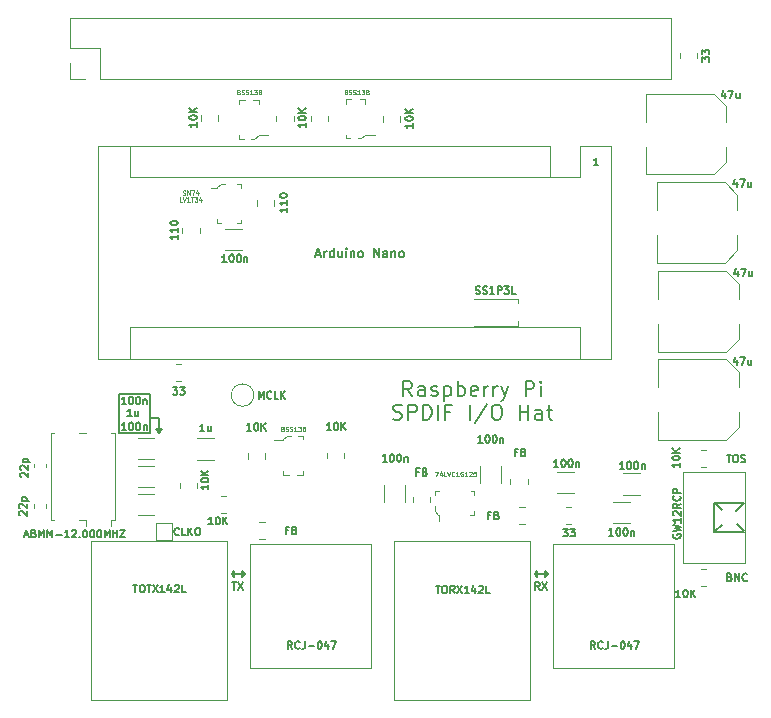
<source format=gbr>
%TF.GenerationSoftware,KiCad,Pcbnew,(5.1.7)-1*%
%TF.CreationDate,2021-08-01T21:01:40-07:00*%
%TF.ProjectId,I2SHat,49325348-6174-42e6-9b69-6361645f7063,rev?*%
%TF.SameCoordinates,Original*%
%TF.FileFunction,Legend,Top*%
%TF.FilePolarity,Positive*%
%FSLAX46Y46*%
G04 Gerber Fmt 4.6, Leading zero omitted, Abs format (unit mm)*
G04 Created by KiCad (PCBNEW (5.1.7)-1) date 2021-08-01 21:01:40*
%MOMM*%
%LPD*%
G01*
G04 APERTURE LIST*
%ADD10C,0.152400*%
%ADD11C,0.127000*%
%ADD12C,0.203200*%
%ADD13C,0.076200*%
%ADD14C,0.120000*%
%ADD15C,0.100000*%
G04 APERTURE END LIST*
D10*
X120116600Y-84251800D02*
X120650000Y-83718400D01*
X122555000Y-84251800D02*
X121945400Y-83642200D01*
X122555000Y-81889600D02*
X121894600Y-82550000D01*
X120116600Y-81889600D02*
X120700800Y-82473800D01*
X120040400Y-84328000D02*
X122580400Y-84328000D01*
X120040400Y-84302600D02*
X120040400Y-84328000D01*
X120040400Y-81813400D02*
X120040400Y-84302600D01*
X122555000Y-81813400D02*
X120040400Y-81813400D01*
D11*
X77564947Y-83675461D02*
X77202090Y-83675461D01*
X77383519Y-83675461D02*
X77383519Y-83040461D01*
X77323042Y-83131176D01*
X77262566Y-83191652D01*
X77202090Y-83221890D01*
X77958042Y-83040461D02*
X78018519Y-83040461D01*
X78078995Y-83070700D01*
X78109233Y-83100938D01*
X78139471Y-83161414D01*
X78169709Y-83282366D01*
X78169709Y-83433557D01*
X78139471Y-83554509D01*
X78109233Y-83614985D01*
X78078995Y-83645223D01*
X78018519Y-83675461D01*
X77958042Y-83675461D01*
X77897566Y-83645223D01*
X77867328Y-83614985D01*
X77837090Y-83554509D01*
X77806852Y-83433557D01*
X77806852Y-83282366D01*
X77837090Y-83161414D01*
X77867328Y-83100938D01*
X77897566Y-83070700D01*
X77958042Y-83040461D01*
X78441852Y-83675461D02*
X78441852Y-83040461D01*
X78804709Y-83675461D02*
X78532566Y-83312604D01*
X78804709Y-83040461D02*
X78441852Y-83403319D01*
D10*
X105054400Y-88087200D02*
X104851200Y-87833200D01*
X105714800Y-88087200D02*
X105918000Y-87833200D01*
X105054400Y-87630000D02*
X105054400Y-88087200D01*
X105714800Y-87630000D02*
X105714800Y-88087200D01*
X105918000Y-87833200D02*
X105714800Y-87630000D01*
X104851200Y-87833200D02*
X105918000Y-87833200D01*
X104851200Y-87833200D02*
X105054400Y-87630000D01*
X79400400Y-88087200D02*
X79197200Y-87833200D01*
X79400400Y-87630000D02*
X79400400Y-88087200D01*
X79197200Y-87833200D02*
X79400400Y-87630000D01*
X80060800Y-88087200D02*
X80264000Y-87833200D01*
X80060800Y-87630000D02*
X80060800Y-88087200D01*
X80264000Y-87833200D02*
X80060800Y-87630000D01*
X79197200Y-87833200D02*
X80264000Y-87833200D01*
D11*
X105253366Y-89187261D02*
X105041700Y-88884880D01*
X104890509Y-89187261D02*
X104890509Y-88552261D01*
X105132414Y-88552261D01*
X105192890Y-88582500D01*
X105223128Y-88612738D01*
X105253366Y-88673214D01*
X105253366Y-88763928D01*
X105223128Y-88824404D01*
X105192890Y-88854642D01*
X105132414Y-88884880D01*
X104890509Y-88884880D01*
X105465033Y-88552261D02*
X105888366Y-89187261D01*
X105888366Y-88552261D02*
X105465033Y-89187261D01*
X79221390Y-88552261D02*
X79584247Y-88552261D01*
X79402819Y-89187261D02*
X79402819Y-88552261D01*
X79735438Y-88552261D02*
X80158771Y-89187261D01*
X80158771Y-88552261D02*
X79735438Y-89187261D01*
D12*
X94437200Y-72812123D02*
X94013866Y-72207361D01*
X93711485Y-72812123D02*
X93711485Y-71542123D01*
X94195295Y-71542123D01*
X94316247Y-71602600D01*
X94376723Y-71663076D01*
X94437200Y-71784028D01*
X94437200Y-71965457D01*
X94376723Y-72086409D01*
X94316247Y-72146885D01*
X94195295Y-72207361D01*
X93711485Y-72207361D01*
X95525771Y-72812123D02*
X95525771Y-72146885D01*
X95465295Y-72025933D01*
X95344342Y-71965457D01*
X95102438Y-71965457D01*
X94981485Y-72025933D01*
X95525771Y-72751647D02*
X95404819Y-72812123D01*
X95102438Y-72812123D01*
X94981485Y-72751647D01*
X94921009Y-72630695D01*
X94921009Y-72509742D01*
X94981485Y-72388790D01*
X95102438Y-72328314D01*
X95404819Y-72328314D01*
X95525771Y-72267838D01*
X96070057Y-72751647D02*
X96191009Y-72812123D01*
X96432914Y-72812123D01*
X96553866Y-72751647D01*
X96614342Y-72630695D01*
X96614342Y-72570219D01*
X96553866Y-72449266D01*
X96432914Y-72388790D01*
X96251485Y-72388790D01*
X96130533Y-72328314D01*
X96070057Y-72207361D01*
X96070057Y-72146885D01*
X96130533Y-72025933D01*
X96251485Y-71965457D01*
X96432914Y-71965457D01*
X96553866Y-72025933D01*
X97158628Y-71965457D02*
X97158628Y-73235457D01*
X97158628Y-72025933D02*
X97279580Y-71965457D01*
X97521485Y-71965457D01*
X97642438Y-72025933D01*
X97702914Y-72086409D01*
X97763390Y-72207361D01*
X97763390Y-72570219D01*
X97702914Y-72691171D01*
X97642438Y-72751647D01*
X97521485Y-72812123D01*
X97279580Y-72812123D01*
X97158628Y-72751647D01*
X98307676Y-72812123D02*
X98307676Y-71542123D01*
X98307676Y-72025933D02*
X98428628Y-71965457D01*
X98670533Y-71965457D01*
X98791485Y-72025933D01*
X98851961Y-72086409D01*
X98912438Y-72207361D01*
X98912438Y-72570219D01*
X98851961Y-72691171D01*
X98791485Y-72751647D01*
X98670533Y-72812123D01*
X98428628Y-72812123D01*
X98307676Y-72751647D01*
X99940533Y-72751647D02*
X99819580Y-72812123D01*
X99577676Y-72812123D01*
X99456723Y-72751647D01*
X99396247Y-72630695D01*
X99396247Y-72146885D01*
X99456723Y-72025933D01*
X99577676Y-71965457D01*
X99819580Y-71965457D01*
X99940533Y-72025933D01*
X100001009Y-72146885D01*
X100001009Y-72267838D01*
X99396247Y-72388790D01*
X100545295Y-72812123D02*
X100545295Y-71965457D01*
X100545295Y-72207361D02*
X100605771Y-72086409D01*
X100666247Y-72025933D01*
X100787200Y-71965457D01*
X100908152Y-71965457D01*
X101331485Y-72812123D02*
X101331485Y-71965457D01*
X101331485Y-72207361D02*
X101391961Y-72086409D01*
X101452438Y-72025933D01*
X101573390Y-71965457D01*
X101694342Y-71965457D01*
X101996723Y-71965457D02*
X102299104Y-72812123D01*
X102601485Y-71965457D02*
X102299104Y-72812123D01*
X102178152Y-73114504D01*
X102117676Y-73174980D01*
X101996723Y-73235457D01*
X104052914Y-72812123D02*
X104052914Y-71542123D01*
X104536723Y-71542123D01*
X104657676Y-71602600D01*
X104718152Y-71663076D01*
X104778628Y-71784028D01*
X104778628Y-71965457D01*
X104718152Y-72086409D01*
X104657676Y-72146885D01*
X104536723Y-72207361D01*
X104052914Y-72207361D01*
X105322914Y-72812123D02*
X105322914Y-71965457D01*
X105322914Y-71542123D02*
X105262438Y-71602600D01*
X105322914Y-71663076D01*
X105383390Y-71602600D01*
X105322914Y-71542123D01*
X105322914Y-71663076D01*
X92834580Y-74732847D02*
X93016009Y-74793323D01*
X93318390Y-74793323D01*
X93439342Y-74732847D01*
X93499819Y-74672371D01*
X93560295Y-74551419D01*
X93560295Y-74430466D01*
X93499819Y-74309514D01*
X93439342Y-74249038D01*
X93318390Y-74188561D01*
X93076485Y-74128085D01*
X92955533Y-74067609D01*
X92895057Y-74007133D01*
X92834580Y-73886180D01*
X92834580Y-73765228D01*
X92895057Y-73644276D01*
X92955533Y-73583800D01*
X93076485Y-73523323D01*
X93378866Y-73523323D01*
X93560295Y-73583800D01*
X94104580Y-74793323D02*
X94104580Y-73523323D01*
X94588390Y-73523323D01*
X94709342Y-73583800D01*
X94769819Y-73644276D01*
X94830295Y-73765228D01*
X94830295Y-73946657D01*
X94769819Y-74067609D01*
X94709342Y-74128085D01*
X94588390Y-74188561D01*
X94104580Y-74188561D01*
X95374580Y-74793323D02*
X95374580Y-73523323D01*
X95676961Y-73523323D01*
X95858390Y-73583800D01*
X95979342Y-73704752D01*
X96039819Y-73825704D01*
X96100295Y-74067609D01*
X96100295Y-74249038D01*
X96039819Y-74490942D01*
X95979342Y-74611895D01*
X95858390Y-74732847D01*
X95676961Y-74793323D01*
X95374580Y-74793323D01*
X96644580Y-74793323D02*
X96644580Y-73523323D01*
X97672676Y-74128085D02*
X97249342Y-74128085D01*
X97249342Y-74793323D02*
X97249342Y-73523323D01*
X97854104Y-73523323D01*
X99305533Y-74793323D02*
X99305533Y-73523323D01*
X100817438Y-73462847D02*
X99728866Y-75095704D01*
X101482676Y-73523323D02*
X101724580Y-73523323D01*
X101845533Y-73583800D01*
X101966485Y-73704752D01*
X102026961Y-73946657D01*
X102026961Y-74369990D01*
X101966485Y-74611895D01*
X101845533Y-74732847D01*
X101724580Y-74793323D01*
X101482676Y-74793323D01*
X101361723Y-74732847D01*
X101240771Y-74611895D01*
X101180295Y-74369990D01*
X101180295Y-73946657D01*
X101240771Y-73704752D01*
X101361723Y-73583800D01*
X101482676Y-73523323D01*
X103538866Y-74793323D02*
X103538866Y-73523323D01*
X103538866Y-74128085D02*
X104264580Y-74128085D01*
X104264580Y-74793323D02*
X104264580Y-73523323D01*
X105413628Y-74793323D02*
X105413628Y-74128085D01*
X105353152Y-74007133D01*
X105232200Y-73946657D01*
X104990295Y-73946657D01*
X104869342Y-74007133D01*
X105413628Y-74732847D02*
X105292676Y-74793323D01*
X104990295Y-74793323D01*
X104869342Y-74732847D01*
X104808866Y-74611895D01*
X104808866Y-74490942D01*
X104869342Y-74369990D01*
X104990295Y-74309514D01*
X105292676Y-74309514D01*
X105413628Y-74249038D01*
X105836961Y-73946657D02*
X106320771Y-73946657D01*
X106018390Y-73523323D02*
X106018390Y-74611895D01*
X106078866Y-74732847D01*
X106199819Y-74793323D01*
X106320771Y-74793323D01*
D13*
X74957214Y-56331757D02*
X74775785Y-56331757D01*
X74775785Y-55950757D01*
X75029785Y-55950757D02*
X75156785Y-56331757D01*
X75283785Y-55950757D01*
X75610357Y-56331757D02*
X75392642Y-56331757D01*
X75501500Y-56331757D02*
X75501500Y-55950757D01*
X75465214Y-56005185D01*
X75428928Y-56041471D01*
X75392642Y-56059614D01*
X75719214Y-55950757D02*
X75936928Y-55950757D01*
X75828071Y-56331757D02*
X75828071Y-55950757D01*
X76027642Y-55950757D02*
X76263500Y-55950757D01*
X76136500Y-56095900D01*
X76190928Y-56095900D01*
X76227214Y-56114042D01*
X76245357Y-56132185D01*
X76263500Y-56168471D01*
X76263500Y-56259185D01*
X76245357Y-56295471D01*
X76227214Y-56313614D01*
X76190928Y-56331757D01*
X76082071Y-56331757D01*
X76045785Y-56313614D01*
X76027642Y-56295471D01*
X76590071Y-56077757D02*
X76590071Y-56331757D01*
X76499357Y-55932614D02*
X76408642Y-56204757D01*
X76644500Y-56204757D01*
X83498871Y-75563185D02*
X83553300Y-75581328D01*
X83571442Y-75599471D01*
X83589585Y-75635757D01*
X83589585Y-75690185D01*
X83571442Y-75726471D01*
X83553300Y-75744614D01*
X83517014Y-75762757D01*
X83371871Y-75762757D01*
X83371871Y-75381757D01*
X83498871Y-75381757D01*
X83535157Y-75399900D01*
X83553300Y-75418042D01*
X83571442Y-75454328D01*
X83571442Y-75490614D01*
X83553300Y-75526900D01*
X83535157Y-75545042D01*
X83498871Y-75563185D01*
X83371871Y-75563185D01*
X83734728Y-75744614D02*
X83789157Y-75762757D01*
X83879871Y-75762757D01*
X83916157Y-75744614D01*
X83934300Y-75726471D01*
X83952442Y-75690185D01*
X83952442Y-75653900D01*
X83934300Y-75617614D01*
X83916157Y-75599471D01*
X83879871Y-75581328D01*
X83807300Y-75563185D01*
X83771014Y-75545042D01*
X83752871Y-75526900D01*
X83734728Y-75490614D01*
X83734728Y-75454328D01*
X83752871Y-75418042D01*
X83771014Y-75399900D01*
X83807300Y-75381757D01*
X83898014Y-75381757D01*
X83952442Y-75399900D01*
X84097585Y-75744614D02*
X84152014Y-75762757D01*
X84242728Y-75762757D01*
X84279014Y-75744614D01*
X84297157Y-75726471D01*
X84315300Y-75690185D01*
X84315300Y-75653900D01*
X84297157Y-75617614D01*
X84279014Y-75599471D01*
X84242728Y-75581328D01*
X84170157Y-75563185D01*
X84133871Y-75545042D01*
X84115728Y-75526900D01*
X84097585Y-75490614D01*
X84097585Y-75454328D01*
X84115728Y-75418042D01*
X84133871Y-75399900D01*
X84170157Y-75381757D01*
X84260871Y-75381757D01*
X84315300Y-75399900D01*
X84678157Y-75762757D02*
X84460442Y-75762757D01*
X84569300Y-75762757D02*
X84569300Y-75381757D01*
X84533014Y-75436185D01*
X84496728Y-75472471D01*
X84460442Y-75490614D01*
X84805157Y-75381757D02*
X85041014Y-75381757D01*
X84914014Y-75526900D01*
X84968442Y-75526900D01*
X85004728Y-75545042D01*
X85022871Y-75563185D01*
X85041014Y-75599471D01*
X85041014Y-75690185D01*
X85022871Y-75726471D01*
X85004728Y-75744614D01*
X84968442Y-75762757D01*
X84859585Y-75762757D01*
X84823300Y-75744614D01*
X84805157Y-75726471D01*
X85258728Y-75545042D02*
X85222442Y-75526900D01*
X85204300Y-75508757D01*
X85186157Y-75472471D01*
X85186157Y-75454328D01*
X85204300Y-75418042D01*
X85222442Y-75399900D01*
X85258728Y-75381757D01*
X85331300Y-75381757D01*
X85367585Y-75399900D01*
X85385728Y-75418042D01*
X85403871Y-75454328D01*
X85403871Y-75472471D01*
X85385728Y-75508757D01*
X85367585Y-75526900D01*
X85331300Y-75545042D01*
X85258728Y-75545042D01*
X85222442Y-75563185D01*
X85204300Y-75581328D01*
X85186157Y-75617614D01*
X85186157Y-75690185D01*
X85204300Y-75726471D01*
X85222442Y-75744614D01*
X85258728Y-75762757D01*
X85331300Y-75762757D01*
X85367585Y-75744614D01*
X85385728Y-75726471D01*
X85403871Y-75690185D01*
X85403871Y-75617614D01*
X85385728Y-75581328D01*
X85367585Y-75563185D01*
X85331300Y-75545042D01*
D11*
X110214228Y-53246261D02*
X109851371Y-53246261D01*
X110032800Y-53246261D02*
X110032800Y-52611261D01*
X109972323Y-52701976D01*
X109911847Y-52762452D01*
X109851371Y-52792690D01*
X99835304Y-64112623D02*
X99926019Y-64142861D01*
X100077209Y-64142861D01*
X100137685Y-64112623D01*
X100167923Y-64082385D01*
X100198161Y-64021909D01*
X100198161Y-63961433D01*
X100167923Y-63900957D01*
X100137685Y-63870719D01*
X100077209Y-63840480D01*
X99956257Y-63810242D01*
X99895780Y-63780004D01*
X99865542Y-63749766D01*
X99835304Y-63689290D01*
X99835304Y-63628814D01*
X99865542Y-63568338D01*
X99895780Y-63538100D01*
X99956257Y-63507861D01*
X100107447Y-63507861D01*
X100198161Y-63538100D01*
X100440066Y-64112623D02*
X100530780Y-64142861D01*
X100681971Y-64142861D01*
X100742447Y-64112623D01*
X100772685Y-64082385D01*
X100802923Y-64021909D01*
X100802923Y-63961433D01*
X100772685Y-63900957D01*
X100742447Y-63870719D01*
X100681971Y-63840480D01*
X100561019Y-63810242D01*
X100500542Y-63780004D01*
X100470304Y-63749766D01*
X100440066Y-63689290D01*
X100440066Y-63628814D01*
X100470304Y-63568338D01*
X100500542Y-63538100D01*
X100561019Y-63507861D01*
X100712209Y-63507861D01*
X100802923Y-63538100D01*
X101407685Y-64142861D02*
X101044828Y-64142861D01*
X101226257Y-64142861D02*
X101226257Y-63507861D01*
X101165780Y-63598576D01*
X101105304Y-63659052D01*
X101044828Y-63689290D01*
X101679828Y-64142861D02*
X101679828Y-63507861D01*
X101921733Y-63507861D01*
X101982209Y-63538100D01*
X102012447Y-63568338D01*
X102042685Y-63628814D01*
X102042685Y-63719528D01*
X102012447Y-63780004D01*
X101982209Y-63810242D01*
X101921733Y-63840480D01*
X101679828Y-63840480D01*
X102254352Y-63507861D02*
X102647447Y-63507861D01*
X102435780Y-63749766D01*
X102526495Y-63749766D01*
X102586971Y-63780004D01*
X102617209Y-63810242D01*
X102647447Y-63870719D01*
X102647447Y-64021909D01*
X102617209Y-64082385D01*
X102586971Y-64112623D01*
X102526495Y-64142861D01*
X102345066Y-64142861D01*
X102284590Y-64112623D01*
X102254352Y-64082385D01*
X103221971Y-64142861D02*
X102919590Y-64142861D01*
X102919590Y-63507861D01*
X84290504Y-94191061D02*
X84078838Y-93888680D01*
X83927647Y-94191061D02*
X83927647Y-93556061D01*
X84169552Y-93556061D01*
X84230028Y-93586300D01*
X84260266Y-93616538D01*
X84290504Y-93677014D01*
X84290504Y-93767728D01*
X84260266Y-93828204D01*
X84230028Y-93858442D01*
X84169552Y-93888680D01*
X83927647Y-93888680D01*
X84925504Y-94130585D02*
X84895266Y-94160823D01*
X84804552Y-94191061D01*
X84744076Y-94191061D01*
X84653361Y-94160823D01*
X84592885Y-94100347D01*
X84562647Y-94039871D01*
X84532409Y-93918919D01*
X84532409Y-93828204D01*
X84562647Y-93707252D01*
X84592885Y-93646776D01*
X84653361Y-93586300D01*
X84744076Y-93556061D01*
X84804552Y-93556061D01*
X84895266Y-93586300D01*
X84925504Y-93616538D01*
X85379076Y-93556061D02*
X85379076Y-94009633D01*
X85348838Y-94100347D01*
X85288361Y-94160823D01*
X85197647Y-94191061D01*
X85137171Y-94191061D01*
X85681457Y-93949157D02*
X86165266Y-93949157D01*
X86588600Y-93556061D02*
X86649076Y-93556061D01*
X86709552Y-93586300D01*
X86739790Y-93616538D01*
X86770028Y-93677014D01*
X86800266Y-93797966D01*
X86800266Y-93949157D01*
X86770028Y-94070109D01*
X86739790Y-94130585D01*
X86709552Y-94160823D01*
X86649076Y-94191061D01*
X86588600Y-94191061D01*
X86528123Y-94160823D01*
X86497885Y-94130585D01*
X86467647Y-94070109D01*
X86437409Y-93949157D01*
X86437409Y-93797966D01*
X86467647Y-93677014D01*
X86497885Y-93616538D01*
X86528123Y-93586300D01*
X86588600Y-93556061D01*
X87344552Y-93767728D02*
X87344552Y-94191061D01*
X87193361Y-93525823D02*
X87042171Y-93979395D01*
X87435266Y-93979395D01*
X87616695Y-93556061D02*
X88040028Y-93556061D01*
X87767885Y-94191061D01*
X109944504Y-94191061D02*
X109732838Y-93888680D01*
X109581647Y-94191061D02*
X109581647Y-93556061D01*
X109823552Y-93556061D01*
X109884028Y-93586300D01*
X109914266Y-93616538D01*
X109944504Y-93677014D01*
X109944504Y-93767728D01*
X109914266Y-93828204D01*
X109884028Y-93858442D01*
X109823552Y-93888680D01*
X109581647Y-93888680D01*
X110579504Y-94130585D02*
X110549266Y-94160823D01*
X110458552Y-94191061D01*
X110398076Y-94191061D01*
X110307361Y-94160823D01*
X110246885Y-94100347D01*
X110216647Y-94039871D01*
X110186409Y-93918919D01*
X110186409Y-93828204D01*
X110216647Y-93707252D01*
X110246885Y-93646776D01*
X110307361Y-93586300D01*
X110398076Y-93556061D01*
X110458552Y-93556061D01*
X110549266Y-93586300D01*
X110579504Y-93616538D01*
X111033076Y-93556061D02*
X111033076Y-94009633D01*
X111002838Y-94100347D01*
X110942361Y-94160823D01*
X110851647Y-94191061D01*
X110791171Y-94191061D01*
X111335457Y-93949157D02*
X111819266Y-93949157D01*
X112242600Y-93556061D02*
X112303076Y-93556061D01*
X112363552Y-93586300D01*
X112393790Y-93616538D01*
X112424028Y-93677014D01*
X112454266Y-93797966D01*
X112454266Y-93949157D01*
X112424028Y-94070109D01*
X112393790Y-94130585D01*
X112363552Y-94160823D01*
X112303076Y-94191061D01*
X112242600Y-94191061D01*
X112182123Y-94160823D01*
X112151885Y-94130585D01*
X112121647Y-94070109D01*
X112091409Y-93949157D01*
X112091409Y-93797966D01*
X112121647Y-93677014D01*
X112151885Y-93616538D01*
X112182123Y-93586300D01*
X112242600Y-93556061D01*
X112998552Y-93767728D02*
X112998552Y-94191061D01*
X112847361Y-93525823D02*
X112696171Y-93979395D01*
X113089266Y-93979395D01*
X113270695Y-93556061D02*
X113694028Y-93556061D01*
X113421885Y-94191061D01*
X74702004Y-84529385D02*
X74671766Y-84559623D01*
X74581052Y-84589861D01*
X74520576Y-84589861D01*
X74429861Y-84559623D01*
X74369385Y-84499147D01*
X74339147Y-84438671D01*
X74308909Y-84317719D01*
X74308909Y-84227004D01*
X74339147Y-84106052D01*
X74369385Y-84045576D01*
X74429861Y-83985100D01*
X74520576Y-83954861D01*
X74581052Y-83954861D01*
X74671766Y-83985100D01*
X74702004Y-84015338D01*
X75276528Y-84589861D02*
X74974147Y-84589861D01*
X74974147Y-83954861D01*
X75488195Y-84589861D02*
X75488195Y-83954861D01*
X75851052Y-84589861D02*
X75578909Y-84227004D01*
X75851052Y-83954861D02*
X75488195Y-84317719D01*
X76244147Y-83954861D02*
X76365100Y-83954861D01*
X76425576Y-83985100D01*
X76486052Y-84045576D01*
X76516290Y-84166528D01*
X76516290Y-84378195D01*
X76486052Y-84499147D01*
X76425576Y-84559623D01*
X76365100Y-84589861D01*
X76244147Y-84589861D01*
X76183671Y-84559623D01*
X76123195Y-84499147D01*
X76092957Y-84378195D01*
X76092957Y-84166528D01*
X76123195Y-84045576D01*
X76183671Y-83985100D01*
X76244147Y-83954861D01*
X81446309Y-73032861D02*
X81446309Y-72397861D01*
X81657976Y-72851433D01*
X81869642Y-72397861D01*
X81869642Y-73032861D01*
X82534880Y-72972385D02*
X82504642Y-73002623D01*
X82413928Y-73032861D01*
X82353452Y-73032861D01*
X82262738Y-73002623D01*
X82202261Y-72942147D01*
X82172023Y-72881671D01*
X82141785Y-72760719D01*
X82141785Y-72670004D01*
X82172023Y-72549052D01*
X82202261Y-72488576D01*
X82262738Y-72428100D01*
X82353452Y-72397861D01*
X82413928Y-72397861D01*
X82504642Y-72428100D01*
X82534880Y-72458338D01*
X83109404Y-73032861D02*
X82807023Y-73032861D01*
X82807023Y-72397861D01*
X83321071Y-73032861D02*
X83321071Y-72397861D01*
X83683928Y-73032861D02*
X83411785Y-72670004D01*
X83683928Y-72397861D02*
X83321071Y-72760719D01*
D10*
X73050400Y-75590400D02*
X73304400Y-75590400D01*
X73152000Y-75641200D02*
X73050400Y-75539600D01*
X73152000Y-75692000D02*
X73152000Y-75641200D01*
X72898000Y-75692000D02*
X73152000Y-75692000D01*
X72847200Y-75590400D02*
X72796400Y-75590400D01*
X73253600Y-75590400D02*
X72847200Y-75590400D01*
X73050400Y-75895200D02*
X73304400Y-75590400D01*
X72796400Y-75590400D02*
X73050400Y-75844400D01*
X73050400Y-75895200D02*
X72796400Y-75590400D01*
X73050400Y-74676000D02*
X73050400Y-75895200D01*
X72237600Y-74676000D02*
X73050400Y-74676000D01*
X69596000Y-72644000D02*
X69748400Y-72644000D01*
X69596000Y-75946000D02*
X69596000Y-72644000D01*
X72237600Y-75946000D02*
X69596000Y-75946000D01*
X72237600Y-72644000D02*
X72237600Y-75946000D01*
X69646800Y-72644000D02*
X72237600Y-72644000D01*
D11*
X83948814Y-84181042D02*
X83737147Y-84181042D01*
X83737147Y-84513661D02*
X83737147Y-83878661D01*
X84039528Y-83878661D01*
X84493100Y-84181042D02*
X84583814Y-84211280D01*
X84614052Y-84241519D01*
X84644290Y-84301995D01*
X84644290Y-84392709D01*
X84614052Y-84453185D01*
X84583814Y-84483423D01*
X84523338Y-84513661D01*
X84281433Y-84513661D01*
X84281433Y-83878661D01*
X84493100Y-83878661D01*
X84553576Y-83908900D01*
X84583814Y-83939138D01*
X84614052Y-83999614D01*
X84614052Y-84060090D01*
X84583814Y-84120566D01*
X84553576Y-84150804D01*
X84493100Y-84181042D01*
X84281433Y-84181042D01*
X76856166Y-75801461D02*
X76493309Y-75801461D01*
X76674738Y-75801461D02*
X76674738Y-75166461D01*
X76614261Y-75257176D01*
X76553785Y-75317652D01*
X76493309Y-75347890D01*
X77400452Y-75378128D02*
X77400452Y-75801461D01*
X77128309Y-75378128D02*
X77128309Y-75710747D01*
X77158547Y-75771223D01*
X77219023Y-75801461D01*
X77309738Y-75801461D01*
X77370214Y-75771223D01*
X77400452Y-75740985D01*
X74187352Y-72042261D02*
X74580447Y-72042261D01*
X74368780Y-72284166D01*
X74459495Y-72284166D01*
X74519971Y-72314404D01*
X74550209Y-72344642D01*
X74580447Y-72405119D01*
X74580447Y-72556309D01*
X74550209Y-72616785D01*
X74519971Y-72647023D01*
X74459495Y-72677261D01*
X74278066Y-72677261D01*
X74217590Y-72647023D01*
X74187352Y-72616785D01*
X74792114Y-72042261D02*
X75185209Y-72042261D01*
X74973542Y-72284166D01*
X75064257Y-72284166D01*
X75124733Y-72314404D01*
X75154971Y-72344642D01*
X75185209Y-72405119D01*
X75185209Y-72556309D01*
X75154971Y-72616785D01*
X75124733Y-72647023D01*
X75064257Y-72677261D01*
X74882828Y-72677261D01*
X74822352Y-72647023D01*
X74792114Y-72616785D01*
X80816147Y-75725261D02*
X80453290Y-75725261D01*
X80634719Y-75725261D02*
X80634719Y-75090261D01*
X80574242Y-75180976D01*
X80513766Y-75241452D01*
X80453290Y-75271690D01*
X81209242Y-75090261D02*
X81269719Y-75090261D01*
X81330195Y-75120500D01*
X81360433Y-75150738D01*
X81390671Y-75211214D01*
X81420909Y-75332166D01*
X81420909Y-75483357D01*
X81390671Y-75604309D01*
X81360433Y-75664785D01*
X81330195Y-75695023D01*
X81269719Y-75725261D01*
X81209242Y-75725261D01*
X81148766Y-75695023D01*
X81118528Y-75664785D01*
X81088290Y-75604309D01*
X81058052Y-75483357D01*
X81058052Y-75332166D01*
X81088290Y-75211214D01*
X81118528Y-75150738D01*
X81148766Y-75120500D01*
X81209242Y-75090261D01*
X81693052Y-75725261D02*
X81693052Y-75090261D01*
X82055909Y-75725261D02*
X81783766Y-75362404D01*
X82055909Y-75090261D02*
X81693052Y-75453119D01*
X87572547Y-75674461D02*
X87209690Y-75674461D01*
X87391119Y-75674461D02*
X87391119Y-75039461D01*
X87330642Y-75130176D01*
X87270166Y-75190652D01*
X87209690Y-75220890D01*
X87965642Y-75039461D02*
X88026119Y-75039461D01*
X88086595Y-75069700D01*
X88116833Y-75099938D01*
X88147071Y-75160414D01*
X88177309Y-75281366D01*
X88177309Y-75432557D01*
X88147071Y-75553509D01*
X88116833Y-75613985D01*
X88086595Y-75644223D01*
X88026119Y-75674461D01*
X87965642Y-75674461D01*
X87905166Y-75644223D01*
X87874928Y-75613985D01*
X87844690Y-75553509D01*
X87814452Y-75432557D01*
X87814452Y-75281366D01*
X87844690Y-75160414D01*
X87874928Y-75099938D01*
X87905166Y-75069700D01*
X87965642Y-75039461D01*
X88449452Y-75674461D02*
X88449452Y-75039461D01*
X88812309Y-75674461D02*
X88540166Y-75311604D01*
X88812309Y-75039461D02*
X88449452Y-75402319D01*
X92304204Y-78366861D02*
X91941347Y-78366861D01*
X92122776Y-78366861D02*
X92122776Y-77731861D01*
X92062300Y-77822576D01*
X92001823Y-77883052D01*
X91941347Y-77913290D01*
X92697300Y-77731861D02*
X92757776Y-77731861D01*
X92818252Y-77762100D01*
X92848490Y-77792338D01*
X92878728Y-77852814D01*
X92908966Y-77973766D01*
X92908966Y-78124957D01*
X92878728Y-78245909D01*
X92848490Y-78306385D01*
X92818252Y-78336623D01*
X92757776Y-78366861D01*
X92697300Y-78366861D01*
X92636823Y-78336623D01*
X92606585Y-78306385D01*
X92576347Y-78245909D01*
X92546109Y-78124957D01*
X92546109Y-77973766D01*
X92576347Y-77852814D01*
X92606585Y-77792338D01*
X92636823Y-77762100D01*
X92697300Y-77731861D01*
X93302061Y-77731861D02*
X93362538Y-77731861D01*
X93423014Y-77762100D01*
X93453252Y-77792338D01*
X93483490Y-77852814D01*
X93513728Y-77973766D01*
X93513728Y-78124957D01*
X93483490Y-78245909D01*
X93453252Y-78306385D01*
X93423014Y-78336623D01*
X93362538Y-78366861D01*
X93302061Y-78366861D01*
X93241585Y-78336623D01*
X93211347Y-78306385D01*
X93181109Y-78245909D01*
X93150871Y-78124957D01*
X93150871Y-77973766D01*
X93181109Y-77852814D01*
X93211347Y-77792338D01*
X93241585Y-77762100D01*
X93302061Y-77731861D01*
X93785871Y-77943528D02*
X93785871Y-78366861D01*
X93785871Y-78004004D02*
X93816109Y-77973766D01*
X93876585Y-77943528D01*
X93967300Y-77943528D01*
X94027776Y-77973766D01*
X94058014Y-78034242D01*
X94058014Y-78366861D01*
X94997814Y-79228042D02*
X94786147Y-79228042D01*
X94786147Y-79560661D02*
X94786147Y-78925661D01*
X95088528Y-78925661D01*
X95542100Y-79228042D02*
X95632814Y-79258280D01*
X95663052Y-79288519D01*
X95693290Y-79348995D01*
X95693290Y-79439709D01*
X95663052Y-79500185D01*
X95632814Y-79530423D01*
X95572338Y-79560661D01*
X95330433Y-79560661D01*
X95330433Y-78925661D01*
X95542100Y-78925661D01*
X95602576Y-78955900D01*
X95632814Y-78986138D01*
X95663052Y-79046614D01*
X95663052Y-79107090D01*
X95632814Y-79167566D01*
X95602576Y-79197804D01*
X95542100Y-79228042D01*
X95330433Y-79228042D01*
D13*
X96412957Y-79191757D02*
X96666957Y-79191757D01*
X96503671Y-79572757D01*
X96975385Y-79318757D02*
X96975385Y-79572757D01*
X96884671Y-79173614D02*
X96793957Y-79445757D01*
X97029814Y-79445757D01*
X97356385Y-79572757D02*
X97174957Y-79572757D01*
X97174957Y-79191757D01*
X97428957Y-79191757D02*
X97555957Y-79572757D01*
X97682957Y-79191757D01*
X98027671Y-79536471D02*
X98009528Y-79554614D01*
X97955100Y-79572757D01*
X97918814Y-79572757D01*
X97864385Y-79554614D01*
X97828100Y-79518328D01*
X97809957Y-79482042D01*
X97791814Y-79409471D01*
X97791814Y-79355042D01*
X97809957Y-79282471D01*
X97828100Y-79246185D01*
X97864385Y-79209900D01*
X97918814Y-79191757D01*
X97955100Y-79191757D01*
X98009528Y-79209900D01*
X98027671Y-79228042D01*
X98390528Y-79572757D02*
X98172814Y-79572757D01*
X98281671Y-79572757D02*
X98281671Y-79191757D01*
X98245385Y-79246185D01*
X98209100Y-79282471D01*
X98172814Y-79300614D01*
X98753385Y-79209900D02*
X98717100Y-79191757D01*
X98662671Y-79191757D01*
X98608242Y-79209900D01*
X98571957Y-79246185D01*
X98553814Y-79282471D01*
X98535671Y-79355042D01*
X98535671Y-79409471D01*
X98553814Y-79482042D01*
X98571957Y-79518328D01*
X98608242Y-79554614D01*
X98662671Y-79572757D01*
X98698957Y-79572757D01*
X98753385Y-79554614D01*
X98771528Y-79536471D01*
X98771528Y-79409471D01*
X98698957Y-79409471D01*
X99134385Y-79572757D02*
X98916671Y-79572757D01*
X99025528Y-79572757D02*
X99025528Y-79191757D01*
X98989242Y-79246185D01*
X98952957Y-79282471D01*
X98916671Y-79300614D01*
X99279528Y-79228042D02*
X99297671Y-79209900D01*
X99333957Y-79191757D01*
X99424671Y-79191757D01*
X99460957Y-79209900D01*
X99479100Y-79228042D01*
X99497242Y-79264328D01*
X99497242Y-79300614D01*
X99479100Y-79355042D01*
X99261385Y-79572757D01*
X99497242Y-79572757D01*
X99841957Y-79191757D02*
X99660528Y-79191757D01*
X99642385Y-79373185D01*
X99660528Y-79355042D01*
X99696814Y-79336900D01*
X99787528Y-79336900D01*
X99823814Y-79355042D01*
X99841957Y-79373185D01*
X99860100Y-79409471D01*
X99860100Y-79500185D01*
X99841957Y-79536471D01*
X99823814Y-79554614D01*
X99787528Y-79572757D01*
X99696814Y-79572757D01*
X99660528Y-79554614D01*
X99642385Y-79536471D01*
D11*
X100406804Y-76741261D02*
X100043947Y-76741261D01*
X100225376Y-76741261D02*
X100225376Y-76106261D01*
X100164900Y-76196976D01*
X100104423Y-76257452D01*
X100043947Y-76287690D01*
X100799900Y-76106261D02*
X100860376Y-76106261D01*
X100920852Y-76136500D01*
X100951090Y-76166738D01*
X100981328Y-76227214D01*
X101011566Y-76348166D01*
X101011566Y-76499357D01*
X100981328Y-76620309D01*
X100951090Y-76680785D01*
X100920852Y-76711023D01*
X100860376Y-76741261D01*
X100799900Y-76741261D01*
X100739423Y-76711023D01*
X100709185Y-76680785D01*
X100678947Y-76620309D01*
X100648709Y-76499357D01*
X100648709Y-76348166D01*
X100678947Y-76227214D01*
X100709185Y-76166738D01*
X100739423Y-76136500D01*
X100799900Y-76106261D01*
X101404661Y-76106261D02*
X101465138Y-76106261D01*
X101525614Y-76136500D01*
X101555852Y-76166738D01*
X101586090Y-76227214D01*
X101616328Y-76348166D01*
X101616328Y-76499357D01*
X101586090Y-76620309D01*
X101555852Y-76680785D01*
X101525614Y-76711023D01*
X101465138Y-76741261D01*
X101404661Y-76741261D01*
X101344185Y-76711023D01*
X101313947Y-76680785D01*
X101283709Y-76620309D01*
X101253471Y-76499357D01*
X101253471Y-76348166D01*
X101283709Y-76227214D01*
X101313947Y-76166738D01*
X101344185Y-76136500D01*
X101404661Y-76106261D01*
X101888471Y-76317928D02*
X101888471Y-76741261D01*
X101888471Y-76378404D02*
X101918709Y-76348166D01*
X101979185Y-76317928D01*
X102069900Y-76317928D01*
X102130376Y-76348166D01*
X102160614Y-76408642D01*
X102160614Y-76741261D01*
X101068414Y-82911042D02*
X100856747Y-82911042D01*
X100856747Y-83243661D02*
X100856747Y-82608661D01*
X101159128Y-82608661D01*
X101612700Y-82911042D02*
X101703414Y-82941280D01*
X101733652Y-82971519D01*
X101763890Y-83031995D01*
X101763890Y-83122709D01*
X101733652Y-83183185D01*
X101703414Y-83213423D01*
X101642938Y-83243661D01*
X101401033Y-83243661D01*
X101401033Y-82608661D01*
X101612700Y-82608661D01*
X101673176Y-82638900D01*
X101703414Y-82669138D01*
X101733652Y-82729614D01*
X101733652Y-82790090D01*
X101703414Y-82850566D01*
X101673176Y-82880804D01*
X101612700Y-82911042D01*
X101401033Y-82911042D01*
X103329014Y-77577042D02*
X103117347Y-77577042D01*
X103117347Y-77909661D02*
X103117347Y-77274661D01*
X103419728Y-77274661D01*
X103873300Y-77577042D02*
X103964014Y-77607280D01*
X103994252Y-77637519D01*
X104024490Y-77697995D01*
X104024490Y-77788709D01*
X103994252Y-77849185D01*
X103964014Y-77879423D01*
X103903538Y-77909661D01*
X103661633Y-77909661D01*
X103661633Y-77274661D01*
X103873300Y-77274661D01*
X103933776Y-77304900D01*
X103964014Y-77335138D01*
X103994252Y-77395614D01*
X103994252Y-77456090D01*
X103964014Y-77516566D01*
X103933776Y-77546804D01*
X103873300Y-77577042D01*
X103661633Y-77577042D01*
X107232752Y-84056461D02*
X107625847Y-84056461D01*
X107414180Y-84298366D01*
X107504895Y-84298366D01*
X107565371Y-84328604D01*
X107595609Y-84358842D01*
X107625847Y-84419319D01*
X107625847Y-84570509D01*
X107595609Y-84630985D01*
X107565371Y-84661223D01*
X107504895Y-84691461D01*
X107323466Y-84691461D01*
X107262990Y-84661223D01*
X107232752Y-84630985D01*
X107837514Y-84056461D02*
X108230609Y-84056461D01*
X108018942Y-84298366D01*
X108109657Y-84298366D01*
X108170133Y-84328604D01*
X108200371Y-84358842D01*
X108230609Y-84419319D01*
X108230609Y-84570509D01*
X108200371Y-84630985D01*
X108170133Y-84661223D01*
X108109657Y-84691461D01*
X107928228Y-84691461D01*
X107867752Y-84661223D01*
X107837514Y-84630985D01*
X106833004Y-78798661D02*
X106470147Y-78798661D01*
X106651576Y-78798661D02*
X106651576Y-78163661D01*
X106591100Y-78254376D01*
X106530623Y-78314852D01*
X106470147Y-78345090D01*
X107226100Y-78163661D02*
X107286576Y-78163661D01*
X107347052Y-78193900D01*
X107377290Y-78224138D01*
X107407528Y-78284614D01*
X107437766Y-78405566D01*
X107437766Y-78556757D01*
X107407528Y-78677709D01*
X107377290Y-78738185D01*
X107347052Y-78768423D01*
X107286576Y-78798661D01*
X107226100Y-78798661D01*
X107165623Y-78768423D01*
X107135385Y-78738185D01*
X107105147Y-78677709D01*
X107074909Y-78556757D01*
X107074909Y-78405566D01*
X107105147Y-78284614D01*
X107135385Y-78224138D01*
X107165623Y-78193900D01*
X107226100Y-78163661D01*
X107830861Y-78163661D02*
X107891338Y-78163661D01*
X107951814Y-78193900D01*
X107982052Y-78224138D01*
X108012290Y-78284614D01*
X108042528Y-78405566D01*
X108042528Y-78556757D01*
X108012290Y-78677709D01*
X107982052Y-78738185D01*
X107951814Y-78768423D01*
X107891338Y-78798661D01*
X107830861Y-78798661D01*
X107770385Y-78768423D01*
X107740147Y-78738185D01*
X107709909Y-78677709D01*
X107679671Y-78556757D01*
X107679671Y-78405566D01*
X107709909Y-78284614D01*
X107740147Y-78224138D01*
X107770385Y-78193900D01*
X107830861Y-78163661D01*
X108314671Y-78375328D02*
X108314671Y-78798661D01*
X108314671Y-78435804D02*
X108344909Y-78405566D01*
X108405385Y-78375328D01*
X108496100Y-78375328D01*
X108556576Y-78405566D01*
X108586814Y-78466042D01*
X108586814Y-78798661D01*
X111481204Y-84615261D02*
X111118347Y-84615261D01*
X111299776Y-84615261D02*
X111299776Y-83980261D01*
X111239300Y-84070976D01*
X111178823Y-84131452D01*
X111118347Y-84161690D01*
X111874300Y-83980261D02*
X111934776Y-83980261D01*
X111995252Y-84010500D01*
X112025490Y-84040738D01*
X112055728Y-84101214D01*
X112085966Y-84222166D01*
X112085966Y-84373357D01*
X112055728Y-84494309D01*
X112025490Y-84554785D01*
X111995252Y-84585023D01*
X111934776Y-84615261D01*
X111874300Y-84615261D01*
X111813823Y-84585023D01*
X111783585Y-84554785D01*
X111753347Y-84494309D01*
X111723109Y-84373357D01*
X111723109Y-84222166D01*
X111753347Y-84101214D01*
X111783585Y-84040738D01*
X111813823Y-84010500D01*
X111874300Y-83980261D01*
X112479061Y-83980261D02*
X112539538Y-83980261D01*
X112600014Y-84010500D01*
X112630252Y-84040738D01*
X112660490Y-84101214D01*
X112690728Y-84222166D01*
X112690728Y-84373357D01*
X112660490Y-84494309D01*
X112630252Y-84554785D01*
X112600014Y-84585023D01*
X112539538Y-84615261D01*
X112479061Y-84615261D01*
X112418585Y-84585023D01*
X112388347Y-84554785D01*
X112358109Y-84494309D01*
X112327871Y-84373357D01*
X112327871Y-84222166D01*
X112358109Y-84101214D01*
X112388347Y-84040738D01*
X112418585Y-84010500D01*
X112479061Y-83980261D01*
X112962871Y-84191928D02*
X112962871Y-84615261D01*
X112962871Y-84252404D02*
X112993109Y-84222166D01*
X113053585Y-84191928D01*
X113144300Y-84191928D01*
X113204776Y-84222166D01*
X113235014Y-84282642D01*
X113235014Y-84615261D01*
X112395604Y-78976461D02*
X112032747Y-78976461D01*
X112214176Y-78976461D02*
X112214176Y-78341461D01*
X112153700Y-78432176D01*
X112093223Y-78492652D01*
X112032747Y-78522890D01*
X112788700Y-78341461D02*
X112849176Y-78341461D01*
X112909652Y-78371700D01*
X112939890Y-78401938D01*
X112970128Y-78462414D01*
X113000366Y-78583366D01*
X113000366Y-78734557D01*
X112970128Y-78855509D01*
X112939890Y-78915985D01*
X112909652Y-78946223D01*
X112849176Y-78976461D01*
X112788700Y-78976461D01*
X112728223Y-78946223D01*
X112697985Y-78915985D01*
X112667747Y-78855509D01*
X112637509Y-78734557D01*
X112637509Y-78583366D01*
X112667747Y-78462414D01*
X112697985Y-78401938D01*
X112728223Y-78371700D01*
X112788700Y-78341461D01*
X113393461Y-78341461D02*
X113453938Y-78341461D01*
X113514414Y-78371700D01*
X113544652Y-78401938D01*
X113574890Y-78462414D01*
X113605128Y-78583366D01*
X113605128Y-78734557D01*
X113574890Y-78855509D01*
X113544652Y-78915985D01*
X113514414Y-78946223D01*
X113453938Y-78976461D01*
X113393461Y-78976461D01*
X113332985Y-78946223D01*
X113302747Y-78915985D01*
X113272509Y-78855509D01*
X113242271Y-78734557D01*
X113242271Y-78583366D01*
X113272509Y-78462414D01*
X113302747Y-78401938D01*
X113332985Y-78371700D01*
X113393461Y-78341461D01*
X113877271Y-78553128D02*
X113877271Y-78976461D01*
X113877271Y-78613604D02*
X113907509Y-78583366D01*
X113967985Y-78553128D01*
X114058700Y-78553128D01*
X114119176Y-78583366D01*
X114149414Y-78643842D01*
X114149414Y-78976461D01*
X121078171Y-77757261D02*
X121441028Y-77757261D01*
X121259600Y-78392261D02*
X121259600Y-77757261D01*
X121773647Y-77757261D02*
X121894600Y-77757261D01*
X121955076Y-77787500D01*
X122015552Y-77847976D01*
X122045790Y-77968928D01*
X122045790Y-78180595D01*
X122015552Y-78301547D01*
X121955076Y-78362023D01*
X121894600Y-78392261D01*
X121773647Y-78392261D01*
X121713171Y-78362023D01*
X121652695Y-78301547D01*
X121622457Y-78180595D01*
X121622457Y-77968928D01*
X121652695Y-77847976D01*
X121713171Y-77787500D01*
X121773647Y-77757261D01*
X122287695Y-78362023D02*
X122378409Y-78392261D01*
X122529600Y-78392261D01*
X122590076Y-78362023D01*
X122620314Y-78331785D01*
X122650552Y-78271309D01*
X122650552Y-78210833D01*
X122620314Y-78150357D01*
X122590076Y-78120119D01*
X122529600Y-78089880D01*
X122408647Y-78059642D01*
X122348171Y-78029404D01*
X122317933Y-77999166D01*
X122287695Y-77938690D01*
X122287695Y-77878214D01*
X122317933Y-77817738D01*
X122348171Y-77787500D01*
X122408647Y-77757261D01*
X122559838Y-77757261D01*
X122650552Y-77787500D01*
X121340638Y-88118042D02*
X121431352Y-88148280D01*
X121461590Y-88178519D01*
X121491828Y-88238995D01*
X121491828Y-88329709D01*
X121461590Y-88390185D01*
X121431352Y-88420423D01*
X121370876Y-88450661D01*
X121128971Y-88450661D01*
X121128971Y-87815661D01*
X121340638Y-87815661D01*
X121401114Y-87845900D01*
X121431352Y-87876138D01*
X121461590Y-87936614D01*
X121461590Y-87997090D01*
X121431352Y-88057566D01*
X121401114Y-88087804D01*
X121340638Y-88118042D01*
X121128971Y-88118042D01*
X121763971Y-88450661D02*
X121763971Y-87815661D01*
X122126828Y-88450661D01*
X122126828Y-87815661D01*
X122792066Y-88390185D02*
X122761828Y-88420423D01*
X122671114Y-88450661D01*
X122610638Y-88450661D01*
X122519923Y-88420423D01*
X122459447Y-88359947D01*
X122429209Y-88299471D01*
X122398971Y-88178519D01*
X122398971Y-88087804D01*
X122429209Y-87966852D01*
X122459447Y-87906376D01*
X122519923Y-87845900D01*
X122610638Y-87815661D01*
X122671114Y-87815661D01*
X122761828Y-87845900D01*
X122792066Y-87876138D01*
X116573300Y-84507009D02*
X116543061Y-84567485D01*
X116543061Y-84658200D01*
X116573300Y-84748914D01*
X116633776Y-84809390D01*
X116694252Y-84839628D01*
X116815204Y-84869866D01*
X116905919Y-84869866D01*
X117026871Y-84839628D01*
X117087347Y-84809390D01*
X117147823Y-84748914D01*
X117178061Y-84658200D01*
X117178061Y-84597723D01*
X117147823Y-84507009D01*
X117117585Y-84476771D01*
X116905919Y-84476771D01*
X116905919Y-84597723D01*
X116543061Y-84265104D02*
X117178061Y-84113914D01*
X116724490Y-83992961D01*
X117178061Y-83872009D01*
X116543061Y-83720819D01*
X117178061Y-83146295D02*
X117178061Y-83509152D01*
X117178061Y-83327723D02*
X116543061Y-83327723D01*
X116633776Y-83388200D01*
X116694252Y-83448676D01*
X116724490Y-83509152D01*
X116603538Y-82904390D02*
X116573300Y-82874152D01*
X116543061Y-82813676D01*
X116543061Y-82662485D01*
X116573300Y-82602009D01*
X116603538Y-82571771D01*
X116664014Y-82541533D01*
X116724490Y-82541533D01*
X116815204Y-82571771D01*
X117178061Y-82934628D01*
X117178061Y-82541533D01*
X117178061Y-81906533D02*
X116875680Y-82118200D01*
X117178061Y-82269390D02*
X116543061Y-82269390D01*
X116543061Y-82027485D01*
X116573300Y-81967009D01*
X116603538Y-81936771D01*
X116664014Y-81906533D01*
X116754728Y-81906533D01*
X116815204Y-81936771D01*
X116845442Y-81967009D01*
X116875680Y-82027485D01*
X116875680Y-82269390D01*
X117117585Y-81271533D02*
X117147823Y-81301771D01*
X117178061Y-81392485D01*
X117178061Y-81452961D01*
X117147823Y-81543676D01*
X117087347Y-81604152D01*
X117026871Y-81634390D01*
X116905919Y-81664628D01*
X116815204Y-81664628D01*
X116694252Y-81634390D01*
X116633776Y-81604152D01*
X116573300Y-81543676D01*
X116543061Y-81452961D01*
X116543061Y-81392485D01*
X116573300Y-81301771D01*
X116603538Y-81271533D01*
X117178061Y-80999390D02*
X116543061Y-80999390D01*
X116543061Y-80757485D01*
X116573300Y-80697009D01*
X116603538Y-80666771D01*
X116664014Y-80636533D01*
X116754728Y-80636533D01*
X116815204Y-80666771D01*
X116845442Y-80697009D01*
X116875680Y-80757485D01*
X116875680Y-80999390D01*
X118981461Y-44481447D02*
X118981461Y-44088352D01*
X119223366Y-44300019D01*
X119223366Y-44209304D01*
X119253604Y-44148828D01*
X119283842Y-44118590D01*
X119344319Y-44088352D01*
X119495509Y-44088352D01*
X119555985Y-44118590D01*
X119586223Y-44148828D01*
X119616461Y-44209304D01*
X119616461Y-44390733D01*
X119586223Y-44451209D01*
X119555985Y-44481447D01*
X118981461Y-43876685D02*
X118981461Y-43483590D01*
X119223366Y-43695257D01*
X119223366Y-43604542D01*
X119253604Y-43544066D01*
X119283842Y-43513828D01*
X119344319Y-43483590D01*
X119495509Y-43483590D01*
X119555985Y-43513828D01*
X119586223Y-43544066D01*
X119616461Y-43604542D01*
X119616461Y-43785971D01*
X119586223Y-43846447D01*
X119555985Y-43876685D01*
D13*
X88858271Y-47064385D02*
X88912700Y-47082528D01*
X88930842Y-47100671D01*
X88948985Y-47136957D01*
X88948985Y-47191385D01*
X88930842Y-47227671D01*
X88912700Y-47245814D01*
X88876414Y-47263957D01*
X88731271Y-47263957D01*
X88731271Y-46882957D01*
X88858271Y-46882957D01*
X88894557Y-46901100D01*
X88912700Y-46919242D01*
X88930842Y-46955528D01*
X88930842Y-46991814D01*
X88912700Y-47028100D01*
X88894557Y-47046242D01*
X88858271Y-47064385D01*
X88731271Y-47064385D01*
X89094128Y-47245814D02*
X89148557Y-47263957D01*
X89239271Y-47263957D01*
X89275557Y-47245814D01*
X89293700Y-47227671D01*
X89311842Y-47191385D01*
X89311842Y-47155100D01*
X89293700Y-47118814D01*
X89275557Y-47100671D01*
X89239271Y-47082528D01*
X89166700Y-47064385D01*
X89130414Y-47046242D01*
X89112271Y-47028100D01*
X89094128Y-46991814D01*
X89094128Y-46955528D01*
X89112271Y-46919242D01*
X89130414Y-46901100D01*
X89166700Y-46882957D01*
X89257414Y-46882957D01*
X89311842Y-46901100D01*
X89456985Y-47245814D02*
X89511414Y-47263957D01*
X89602128Y-47263957D01*
X89638414Y-47245814D01*
X89656557Y-47227671D01*
X89674700Y-47191385D01*
X89674700Y-47155100D01*
X89656557Y-47118814D01*
X89638414Y-47100671D01*
X89602128Y-47082528D01*
X89529557Y-47064385D01*
X89493271Y-47046242D01*
X89475128Y-47028100D01*
X89456985Y-46991814D01*
X89456985Y-46955528D01*
X89475128Y-46919242D01*
X89493271Y-46901100D01*
X89529557Y-46882957D01*
X89620271Y-46882957D01*
X89674700Y-46901100D01*
X90037557Y-47263957D02*
X89819842Y-47263957D01*
X89928700Y-47263957D02*
X89928700Y-46882957D01*
X89892414Y-46937385D01*
X89856128Y-46973671D01*
X89819842Y-46991814D01*
X90164557Y-46882957D02*
X90400414Y-46882957D01*
X90273414Y-47028100D01*
X90327842Y-47028100D01*
X90364128Y-47046242D01*
X90382271Y-47064385D01*
X90400414Y-47100671D01*
X90400414Y-47191385D01*
X90382271Y-47227671D01*
X90364128Y-47245814D01*
X90327842Y-47263957D01*
X90218985Y-47263957D01*
X90182700Y-47245814D01*
X90164557Y-47227671D01*
X90618128Y-47046242D02*
X90581842Y-47028100D01*
X90563700Y-47009957D01*
X90545557Y-46973671D01*
X90545557Y-46955528D01*
X90563700Y-46919242D01*
X90581842Y-46901100D01*
X90618128Y-46882957D01*
X90690700Y-46882957D01*
X90726985Y-46901100D01*
X90745128Y-46919242D01*
X90763271Y-46955528D01*
X90763271Y-46973671D01*
X90745128Y-47009957D01*
X90726985Y-47028100D01*
X90690700Y-47046242D01*
X90618128Y-47046242D01*
X90581842Y-47064385D01*
X90563700Y-47082528D01*
X90545557Y-47118814D01*
X90545557Y-47191385D01*
X90563700Y-47227671D01*
X90581842Y-47245814D01*
X90618128Y-47263957D01*
X90690700Y-47263957D01*
X90726985Y-47245814D01*
X90745128Y-47227671D01*
X90763271Y-47191385D01*
X90763271Y-47118814D01*
X90745128Y-47082528D01*
X90726985Y-47064385D01*
X90690700Y-47046242D01*
X79765071Y-47064385D02*
X79819500Y-47082528D01*
X79837642Y-47100671D01*
X79855785Y-47136957D01*
X79855785Y-47191385D01*
X79837642Y-47227671D01*
X79819500Y-47245814D01*
X79783214Y-47263957D01*
X79638071Y-47263957D01*
X79638071Y-46882957D01*
X79765071Y-46882957D01*
X79801357Y-46901100D01*
X79819500Y-46919242D01*
X79837642Y-46955528D01*
X79837642Y-46991814D01*
X79819500Y-47028100D01*
X79801357Y-47046242D01*
X79765071Y-47064385D01*
X79638071Y-47064385D01*
X80000928Y-47245814D02*
X80055357Y-47263957D01*
X80146071Y-47263957D01*
X80182357Y-47245814D01*
X80200500Y-47227671D01*
X80218642Y-47191385D01*
X80218642Y-47155100D01*
X80200500Y-47118814D01*
X80182357Y-47100671D01*
X80146071Y-47082528D01*
X80073500Y-47064385D01*
X80037214Y-47046242D01*
X80019071Y-47028100D01*
X80000928Y-46991814D01*
X80000928Y-46955528D01*
X80019071Y-46919242D01*
X80037214Y-46901100D01*
X80073500Y-46882957D01*
X80164214Y-46882957D01*
X80218642Y-46901100D01*
X80363785Y-47245814D02*
X80418214Y-47263957D01*
X80508928Y-47263957D01*
X80545214Y-47245814D01*
X80563357Y-47227671D01*
X80581500Y-47191385D01*
X80581500Y-47155100D01*
X80563357Y-47118814D01*
X80545214Y-47100671D01*
X80508928Y-47082528D01*
X80436357Y-47064385D01*
X80400071Y-47046242D01*
X80381928Y-47028100D01*
X80363785Y-46991814D01*
X80363785Y-46955528D01*
X80381928Y-46919242D01*
X80400071Y-46901100D01*
X80436357Y-46882957D01*
X80527071Y-46882957D01*
X80581500Y-46901100D01*
X80944357Y-47263957D02*
X80726642Y-47263957D01*
X80835500Y-47263957D02*
X80835500Y-46882957D01*
X80799214Y-46937385D01*
X80762928Y-46973671D01*
X80726642Y-46991814D01*
X81071357Y-46882957D02*
X81307214Y-46882957D01*
X81180214Y-47028100D01*
X81234642Y-47028100D01*
X81270928Y-47046242D01*
X81289071Y-47064385D01*
X81307214Y-47100671D01*
X81307214Y-47191385D01*
X81289071Y-47227671D01*
X81270928Y-47245814D01*
X81234642Y-47263957D01*
X81125785Y-47263957D01*
X81089500Y-47245814D01*
X81071357Y-47227671D01*
X81524928Y-47046242D02*
X81488642Y-47028100D01*
X81470500Y-47009957D01*
X81452357Y-46973671D01*
X81452357Y-46955528D01*
X81470500Y-46919242D01*
X81488642Y-46901100D01*
X81524928Y-46882957D01*
X81597500Y-46882957D01*
X81633785Y-46901100D01*
X81651928Y-46919242D01*
X81670071Y-46955528D01*
X81670071Y-46973671D01*
X81651928Y-47009957D01*
X81633785Y-47028100D01*
X81597500Y-47046242D01*
X81524928Y-47046242D01*
X81488642Y-47064385D01*
X81470500Y-47082528D01*
X81452357Y-47118814D01*
X81452357Y-47191385D01*
X81470500Y-47227671D01*
X81488642Y-47245814D01*
X81524928Y-47263957D01*
X81597500Y-47263957D01*
X81633785Y-47245814D01*
X81651928Y-47227671D01*
X81670071Y-47191385D01*
X81670071Y-47118814D01*
X81651928Y-47082528D01*
X81633785Y-47064385D01*
X81597500Y-47046242D01*
D11*
X117101861Y-78467252D02*
X117101861Y-78830109D01*
X117101861Y-78648680D02*
X116466861Y-78648680D01*
X116557576Y-78709157D01*
X116618052Y-78769633D01*
X116648290Y-78830109D01*
X116466861Y-78074157D02*
X116466861Y-78013680D01*
X116497100Y-77953204D01*
X116527338Y-77922966D01*
X116587814Y-77892728D01*
X116708766Y-77862490D01*
X116859957Y-77862490D01*
X116980909Y-77892728D01*
X117041385Y-77922966D01*
X117071623Y-77953204D01*
X117101861Y-78013680D01*
X117101861Y-78074157D01*
X117071623Y-78134633D01*
X117041385Y-78164871D01*
X116980909Y-78195109D01*
X116859957Y-78225347D01*
X116708766Y-78225347D01*
X116587814Y-78195109D01*
X116527338Y-78164871D01*
X116497100Y-78134633D01*
X116466861Y-78074157D01*
X117101861Y-77590347D02*
X116466861Y-77590347D01*
X117101861Y-77227490D02*
X116739004Y-77499633D01*
X116466861Y-77227490D02*
X116829719Y-77590347D01*
X117163547Y-89822261D02*
X116800690Y-89822261D01*
X116982119Y-89822261D02*
X116982119Y-89187261D01*
X116921642Y-89277976D01*
X116861166Y-89338452D01*
X116800690Y-89368690D01*
X117556642Y-89187261D02*
X117617119Y-89187261D01*
X117677595Y-89217500D01*
X117707833Y-89247738D01*
X117738071Y-89308214D01*
X117768309Y-89429166D01*
X117768309Y-89580357D01*
X117738071Y-89701309D01*
X117707833Y-89761785D01*
X117677595Y-89792023D01*
X117617119Y-89822261D01*
X117556642Y-89822261D01*
X117496166Y-89792023D01*
X117465928Y-89761785D01*
X117435690Y-89701309D01*
X117405452Y-89580357D01*
X117405452Y-89429166D01*
X117435690Y-89308214D01*
X117465928Y-89247738D01*
X117496166Y-89217500D01*
X117556642Y-89187261D01*
X118040452Y-89822261D02*
X118040452Y-89187261D01*
X118403309Y-89822261D02*
X118131166Y-89459404D01*
X118403309Y-89187261D02*
X118040452Y-89550119D01*
D10*
X86329157Y-60833000D02*
X86692014Y-60833000D01*
X86256585Y-61050714D02*
X86510585Y-60288714D01*
X86764585Y-61050714D01*
X87018585Y-61050714D02*
X87018585Y-60542714D01*
X87018585Y-60687857D02*
X87054871Y-60615285D01*
X87091157Y-60579000D01*
X87163728Y-60542714D01*
X87236300Y-60542714D01*
X87816871Y-61050714D02*
X87816871Y-60288714D01*
X87816871Y-61014428D02*
X87744300Y-61050714D01*
X87599157Y-61050714D01*
X87526585Y-61014428D01*
X87490300Y-60978142D01*
X87454014Y-60905571D01*
X87454014Y-60687857D01*
X87490300Y-60615285D01*
X87526585Y-60579000D01*
X87599157Y-60542714D01*
X87744300Y-60542714D01*
X87816871Y-60579000D01*
X88506300Y-60542714D02*
X88506300Y-61050714D01*
X88179728Y-60542714D02*
X88179728Y-60941857D01*
X88216014Y-61014428D01*
X88288585Y-61050714D01*
X88397442Y-61050714D01*
X88470014Y-61014428D01*
X88506300Y-60978142D01*
X88869157Y-61050714D02*
X88869157Y-60542714D01*
X88869157Y-60288714D02*
X88832871Y-60325000D01*
X88869157Y-60361285D01*
X88905442Y-60325000D01*
X88869157Y-60288714D01*
X88869157Y-60361285D01*
X89232014Y-60542714D02*
X89232014Y-61050714D01*
X89232014Y-60615285D02*
X89268300Y-60579000D01*
X89340871Y-60542714D01*
X89449728Y-60542714D01*
X89522300Y-60579000D01*
X89558585Y-60651571D01*
X89558585Y-61050714D01*
X90030300Y-61050714D02*
X89957728Y-61014428D01*
X89921442Y-60978142D01*
X89885157Y-60905571D01*
X89885157Y-60687857D01*
X89921442Y-60615285D01*
X89957728Y-60579000D01*
X90030300Y-60542714D01*
X90139157Y-60542714D01*
X90211728Y-60579000D01*
X90248014Y-60615285D01*
X90284300Y-60687857D01*
X90284300Y-60905571D01*
X90248014Y-60978142D01*
X90211728Y-61014428D01*
X90139157Y-61050714D01*
X90030300Y-61050714D01*
X91191442Y-61050714D02*
X91191442Y-60288714D01*
X91626871Y-61050714D01*
X91626871Y-60288714D01*
X92316300Y-61050714D02*
X92316300Y-60651571D01*
X92280014Y-60579000D01*
X92207442Y-60542714D01*
X92062300Y-60542714D01*
X91989728Y-60579000D01*
X92316300Y-61014428D02*
X92243728Y-61050714D01*
X92062300Y-61050714D01*
X91989728Y-61014428D01*
X91953442Y-60941857D01*
X91953442Y-60869285D01*
X91989728Y-60796714D01*
X92062300Y-60760428D01*
X92243728Y-60760428D01*
X92316300Y-60724142D01*
X92679157Y-60542714D02*
X92679157Y-61050714D01*
X92679157Y-60615285D02*
X92715442Y-60579000D01*
X92788014Y-60542714D01*
X92896871Y-60542714D01*
X92969442Y-60579000D01*
X93005728Y-60651571D01*
X93005728Y-61050714D01*
X93477442Y-61050714D02*
X93404871Y-61014428D01*
X93368585Y-60978142D01*
X93332300Y-60905571D01*
X93332300Y-60687857D01*
X93368585Y-60615285D01*
X93404871Y-60579000D01*
X93477442Y-60542714D01*
X93586300Y-60542714D01*
X93658871Y-60579000D01*
X93695157Y-60615285D01*
X93731442Y-60687857D01*
X93731442Y-60905571D01*
X93695157Y-60978142D01*
X93658871Y-61014428D01*
X93586300Y-61050714D01*
X93477442Y-61050714D01*
D11*
X83853261Y-56836733D02*
X83853261Y-57199590D01*
X83853261Y-57018161D02*
X83218261Y-57018161D01*
X83308976Y-57078638D01*
X83369452Y-57139114D01*
X83399690Y-57199590D01*
X83853261Y-56231971D02*
X83853261Y-56594828D01*
X83853261Y-56413400D02*
X83218261Y-56413400D01*
X83308976Y-56473876D01*
X83369452Y-56534352D01*
X83399690Y-56594828D01*
X83218261Y-55838876D02*
X83218261Y-55778400D01*
X83248500Y-55717923D01*
X83278738Y-55687685D01*
X83339214Y-55657447D01*
X83460166Y-55627209D01*
X83611357Y-55627209D01*
X83732309Y-55657447D01*
X83792785Y-55687685D01*
X83823023Y-55717923D01*
X83853261Y-55778400D01*
X83853261Y-55838876D01*
X83823023Y-55899352D01*
X83792785Y-55929590D01*
X83732309Y-55959828D01*
X83611357Y-55990066D01*
X83460166Y-55990066D01*
X83339214Y-55959828D01*
X83278738Y-55929590D01*
X83248500Y-55899352D01*
X83218261Y-55838876D01*
X78740604Y-61450461D02*
X78377747Y-61450461D01*
X78559176Y-61450461D02*
X78559176Y-60815461D01*
X78498700Y-60906176D01*
X78438223Y-60966652D01*
X78377747Y-60996890D01*
X79133700Y-60815461D02*
X79194176Y-60815461D01*
X79254652Y-60845700D01*
X79284890Y-60875938D01*
X79315128Y-60936414D01*
X79345366Y-61057366D01*
X79345366Y-61208557D01*
X79315128Y-61329509D01*
X79284890Y-61389985D01*
X79254652Y-61420223D01*
X79194176Y-61450461D01*
X79133700Y-61450461D01*
X79073223Y-61420223D01*
X79042985Y-61389985D01*
X79012747Y-61329509D01*
X78982509Y-61208557D01*
X78982509Y-61057366D01*
X79012747Y-60936414D01*
X79042985Y-60875938D01*
X79073223Y-60845700D01*
X79133700Y-60815461D01*
X79738461Y-60815461D02*
X79798938Y-60815461D01*
X79859414Y-60845700D01*
X79889652Y-60875938D01*
X79919890Y-60936414D01*
X79950128Y-61057366D01*
X79950128Y-61208557D01*
X79919890Y-61329509D01*
X79889652Y-61389985D01*
X79859414Y-61420223D01*
X79798938Y-61450461D01*
X79738461Y-61450461D01*
X79677985Y-61420223D01*
X79647747Y-61389985D01*
X79617509Y-61329509D01*
X79587271Y-61208557D01*
X79587271Y-61057366D01*
X79617509Y-60936414D01*
X79647747Y-60875938D01*
X79677985Y-60845700D01*
X79738461Y-60815461D01*
X80222271Y-61027128D02*
X80222271Y-61450461D01*
X80222271Y-61087604D02*
X80252509Y-61057366D01*
X80312985Y-61027128D01*
X80403700Y-61027128D01*
X80464176Y-61057366D01*
X80494414Y-61117842D01*
X80494414Y-61450461D01*
X74607661Y-59173533D02*
X74607661Y-59536390D01*
X74607661Y-59354961D02*
X73972661Y-59354961D01*
X74063376Y-59415438D01*
X74123852Y-59475914D01*
X74154090Y-59536390D01*
X74607661Y-58568771D02*
X74607661Y-58931628D01*
X74607661Y-58750200D02*
X73972661Y-58750200D01*
X74063376Y-58810676D01*
X74123852Y-58871152D01*
X74154090Y-58931628D01*
X73972661Y-58175676D02*
X73972661Y-58115200D01*
X74002900Y-58054723D01*
X74033138Y-58024485D01*
X74093614Y-57994247D01*
X74214566Y-57964009D01*
X74365757Y-57964009D01*
X74486709Y-57994247D01*
X74547185Y-58024485D01*
X74577423Y-58054723D01*
X74607661Y-58115200D01*
X74607661Y-58175676D01*
X74577423Y-58236152D01*
X74547185Y-58266390D01*
X74486709Y-58296628D01*
X74365757Y-58326866D01*
X74214566Y-58326866D01*
X74093614Y-58296628D01*
X74033138Y-58266390D01*
X74002900Y-58236152D01*
X73972661Y-58175676D01*
D13*
X75020714Y-55754814D02*
X75075142Y-55772957D01*
X75165857Y-55772957D01*
X75202142Y-55754814D01*
X75220285Y-55736671D01*
X75238428Y-55700385D01*
X75238428Y-55664100D01*
X75220285Y-55627814D01*
X75202142Y-55609671D01*
X75165857Y-55591528D01*
X75093285Y-55573385D01*
X75057000Y-55555242D01*
X75038857Y-55537100D01*
X75020714Y-55500814D01*
X75020714Y-55464528D01*
X75038857Y-55428242D01*
X75057000Y-55410100D01*
X75093285Y-55391957D01*
X75184000Y-55391957D01*
X75238428Y-55410100D01*
X75401714Y-55772957D02*
X75401714Y-55391957D01*
X75619428Y-55772957D01*
X75619428Y-55391957D01*
X75764571Y-55391957D02*
X76018571Y-55391957D01*
X75855285Y-55772957D01*
X76327000Y-55518957D02*
X76327000Y-55772957D01*
X76236285Y-55373814D02*
X76145571Y-55645957D01*
X76381428Y-55645957D01*
D11*
X77198461Y-80346852D02*
X77198461Y-80709709D01*
X77198461Y-80528280D02*
X76563461Y-80528280D01*
X76654176Y-80588757D01*
X76714652Y-80649233D01*
X76744890Y-80709709D01*
X76563461Y-79953757D02*
X76563461Y-79893280D01*
X76593700Y-79832804D01*
X76623938Y-79802566D01*
X76684414Y-79772328D01*
X76805366Y-79742090D01*
X76956557Y-79742090D01*
X77077509Y-79772328D01*
X77137985Y-79802566D01*
X77168223Y-79832804D01*
X77198461Y-79893280D01*
X77198461Y-79953757D01*
X77168223Y-80014233D01*
X77137985Y-80044471D01*
X77077509Y-80074709D01*
X76956557Y-80104947D01*
X76805366Y-80104947D01*
X76684414Y-80074709D01*
X76623938Y-80044471D01*
X76593700Y-80014233D01*
X76563461Y-79953757D01*
X77198461Y-79469947D02*
X76563461Y-79469947D01*
X77198461Y-79107090D02*
X76835604Y-79379233D01*
X76563461Y-79107090D02*
X76926319Y-79469947D01*
X70206204Y-73490061D02*
X69843347Y-73490061D01*
X70024776Y-73490061D02*
X70024776Y-72855061D01*
X69964300Y-72945776D01*
X69903823Y-73006252D01*
X69843347Y-73036490D01*
X70599300Y-72855061D02*
X70659776Y-72855061D01*
X70720252Y-72885300D01*
X70750490Y-72915538D01*
X70780728Y-72976014D01*
X70810966Y-73096966D01*
X70810966Y-73248157D01*
X70780728Y-73369109D01*
X70750490Y-73429585D01*
X70720252Y-73459823D01*
X70659776Y-73490061D01*
X70599300Y-73490061D01*
X70538823Y-73459823D01*
X70508585Y-73429585D01*
X70478347Y-73369109D01*
X70448109Y-73248157D01*
X70448109Y-73096966D01*
X70478347Y-72976014D01*
X70508585Y-72915538D01*
X70538823Y-72885300D01*
X70599300Y-72855061D01*
X71204061Y-72855061D02*
X71264538Y-72855061D01*
X71325014Y-72885300D01*
X71355252Y-72915538D01*
X71385490Y-72976014D01*
X71415728Y-73096966D01*
X71415728Y-73248157D01*
X71385490Y-73369109D01*
X71355252Y-73429585D01*
X71325014Y-73459823D01*
X71264538Y-73490061D01*
X71204061Y-73490061D01*
X71143585Y-73459823D01*
X71113347Y-73429585D01*
X71083109Y-73369109D01*
X71052871Y-73248157D01*
X71052871Y-73096966D01*
X71083109Y-72976014D01*
X71113347Y-72915538D01*
X71143585Y-72885300D01*
X71204061Y-72855061D01*
X71687871Y-73066728D02*
X71687871Y-73490061D01*
X71687871Y-73127204D02*
X71718109Y-73096966D01*
X71778585Y-73066728D01*
X71869300Y-73066728D01*
X71929776Y-73096966D01*
X71960014Y-73157442D01*
X71960014Y-73490061D01*
X70709366Y-74531461D02*
X70346509Y-74531461D01*
X70527938Y-74531461D02*
X70527938Y-73896461D01*
X70467461Y-73987176D01*
X70406985Y-74047652D01*
X70346509Y-74077890D01*
X71253652Y-74108128D02*
X71253652Y-74531461D01*
X70981509Y-74108128D02*
X70981509Y-74440747D01*
X71011747Y-74501223D01*
X71072223Y-74531461D01*
X71162938Y-74531461D01*
X71223414Y-74501223D01*
X71253652Y-74470985D01*
X70231604Y-75674461D02*
X69868747Y-75674461D01*
X70050176Y-75674461D02*
X70050176Y-75039461D01*
X69989700Y-75130176D01*
X69929223Y-75190652D01*
X69868747Y-75220890D01*
X70624700Y-75039461D02*
X70685176Y-75039461D01*
X70745652Y-75069700D01*
X70775890Y-75099938D01*
X70806128Y-75160414D01*
X70836366Y-75281366D01*
X70836366Y-75432557D01*
X70806128Y-75553509D01*
X70775890Y-75613985D01*
X70745652Y-75644223D01*
X70685176Y-75674461D01*
X70624700Y-75674461D01*
X70564223Y-75644223D01*
X70533985Y-75613985D01*
X70503747Y-75553509D01*
X70473509Y-75432557D01*
X70473509Y-75281366D01*
X70503747Y-75160414D01*
X70533985Y-75099938D01*
X70564223Y-75069700D01*
X70624700Y-75039461D01*
X71229461Y-75039461D02*
X71289938Y-75039461D01*
X71350414Y-75069700D01*
X71380652Y-75099938D01*
X71410890Y-75160414D01*
X71441128Y-75281366D01*
X71441128Y-75432557D01*
X71410890Y-75553509D01*
X71380652Y-75613985D01*
X71350414Y-75644223D01*
X71289938Y-75674461D01*
X71229461Y-75674461D01*
X71168985Y-75644223D01*
X71138747Y-75613985D01*
X71108509Y-75553509D01*
X71078271Y-75432557D01*
X71078271Y-75281366D01*
X71108509Y-75160414D01*
X71138747Y-75099938D01*
X71168985Y-75069700D01*
X71229461Y-75039461D01*
X71713271Y-75251128D02*
X71713271Y-75674461D01*
X71713271Y-75311604D02*
X71743509Y-75281366D01*
X71803985Y-75251128D01*
X71894700Y-75251128D01*
X71955176Y-75281366D01*
X71985414Y-75341842D01*
X71985414Y-75674461D01*
X85440761Y-49689052D02*
X85440761Y-50051909D01*
X85440761Y-49870480D02*
X84805761Y-49870480D01*
X84896476Y-49930957D01*
X84956952Y-49991433D01*
X84987190Y-50051909D01*
X84805761Y-49295957D02*
X84805761Y-49235480D01*
X84836000Y-49175004D01*
X84866238Y-49144766D01*
X84926714Y-49114528D01*
X85047666Y-49084290D01*
X85198857Y-49084290D01*
X85319809Y-49114528D01*
X85380285Y-49144766D01*
X85410523Y-49175004D01*
X85440761Y-49235480D01*
X85440761Y-49295957D01*
X85410523Y-49356433D01*
X85380285Y-49386671D01*
X85319809Y-49416909D01*
X85198857Y-49447147D01*
X85047666Y-49447147D01*
X84926714Y-49416909D01*
X84866238Y-49386671D01*
X84836000Y-49356433D01*
X84805761Y-49295957D01*
X85440761Y-48812147D02*
X84805761Y-48812147D01*
X85440761Y-48449290D02*
X85077904Y-48721433D01*
X84805761Y-48449290D02*
X85168619Y-48812147D01*
X94495861Y-49714452D02*
X94495861Y-50077309D01*
X94495861Y-49895880D02*
X93860861Y-49895880D01*
X93951576Y-49956357D01*
X94012052Y-50016833D01*
X94042290Y-50077309D01*
X93860861Y-49321357D02*
X93860861Y-49260880D01*
X93891100Y-49200404D01*
X93921338Y-49170166D01*
X93981814Y-49139928D01*
X94102766Y-49109690D01*
X94253957Y-49109690D01*
X94374909Y-49139928D01*
X94435385Y-49170166D01*
X94465623Y-49200404D01*
X94495861Y-49260880D01*
X94495861Y-49321357D01*
X94465623Y-49381833D01*
X94435385Y-49412071D01*
X94374909Y-49442309D01*
X94253957Y-49472547D01*
X94102766Y-49472547D01*
X93981814Y-49442309D01*
X93921338Y-49412071D01*
X93891100Y-49381833D01*
X93860861Y-49321357D01*
X94495861Y-48837547D02*
X93860861Y-48837547D01*
X94495861Y-48474690D02*
X94133004Y-48746833D01*
X93860861Y-48474690D02*
X94223719Y-48837547D01*
X76207861Y-49638252D02*
X76207861Y-50001109D01*
X76207861Y-49819680D02*
X75572861Y-49819680D01*
X75663576Y-49880157D01*
X75724052Y-49940633D01*
X75754290Y-50001109D01*
X75572861Y-49245157D02*
X75572861Y-49184680D01*
X75603100Y-49124204D01*
X75633338Y-49093966D01*
X75693814Y-49063728D01*
X75814766Y-49033490D01*
X75965957Y-49033490D01*
X76086909Y-49063728D01*
X76147385Y-49093966D01*
X76177623Y-49124204D01*
X76207861Y-49184680D01*
X76207861Y-49245157D01*
X76177623Y-49305633D01*
X76147385Y-49335871D01*
X76086909Y-49366109D01*
X75965957Y-49396347D01*
X75814766Y-49396347D01*
X75693814Y-49366109D01*
X75633338Y-49335871D01*
X75603100Y-49305633D01*
X75572861Y-49245157D01*
X76207861Y-48761347D02*
X75572861Y-48761347D01*
X76207861Y-48398490D02*
X75845004Y-48670633D01*
X75572861Y-48398490D02*
X75935719Y-48761347D01*
X120956009Y-47158728D02*
X120956009Y-47582061D01*
X120804819Y-46916823D02*
X120653628Y-47370395D01*
X121046723Y-47370395D01*
X121228152Y-46947061D02*
X121651485Y-46947061D01*
X121379342Y-47582061D01*
X122165533Y-47158728D02*
X122165533Y-47582061D01*
X121893390Y-47158728D02*
X121893390Y-47491347D01*
X121923628Y-47551823D01*
X121984104Y-47582061D01*
X122074819Y-47582061D01*
X122135295Y-47551823D01*
X122165533Y-47521585D01*
X121946609Y-54677128D02*
X121946609Y-55100461D01*
X121795419Y-54435223D02*
X121644228Y-54888795D01*
X122037323Y-54888795D01*
X122218752Y-54465461D02*
X122642085Y-54465461D01*
X122369942Y-55100461D01*
X123156133Y-54677128D02*
X123156133Y-55100461D01*
X122883990Y-54677128D02*
X122883990Y-55009747D01*
X122914228Y-55070223D01*
X122974704Y-55100461D01*
X123065419Y-55100461D01*
X123125895Y-55070223D01*
X123156133Y-55039985D01*
X121997409Y-62233628D02*
X121997409Y-62656961D01*
X121846219Y-61991723D02*
X121695028Y-62445295D01*
X122088123Y-62445295D01*
X122269552Y-62021961D02*
X122692885Y-62021961D01*
X122420742Y-62656961D01*
X123206933Y-62233628D02*
X123206933Y-62656961D01*
X122934790Y-62233628D02*
X122934790Y-62566247D01*
X122965028Y-62626723D01*
X123025504Y-62656961D01*
X123116219Y-62656961D01*
X123176695Y-62626723D01*
X123206933Y-62596485D01*
X121959309Y-69713928D02*
X121959309Y-70137261D01*
X121808119Y-69472023D02*
X121656928Y-69925595D01*
X122050023Y-69925595D01*
X122231452Y-69502261D02*
X122654785Y-69502261D01*
X122382642Y-70137261D01*
X123168833Y-69713928D02*
X123168833Y-70137261D01*
X122896690Y-69713928D02*
X122896690Y-70046547D01*
X122926928Y-70107023D01*
X122987404Y-70137261D01*
X123078119Y-70137261D01*
X123138595Y-70107023D01*
X123168833Y-70076785D01*
X61639147Y-84586233D02*
X61941528Y-84586233D01*
X61578671Y-84767661D02*
X61790338Y-84132661D01*
X62002004Y-84767661D01*
X62425338Y-84435042D02*
X62516052Y-84465280D01*
X62546290Y-84495519D01*
X62576528Y-84555995D01*
X62576528Y-84646709D01*
X62546290Y-84707185D01*
X62516052Y-84737423D01*
X62455576Y-84767661D01*
X62213671Y-84767661D01*
X62213671Y-84132661D01*
X62425338Y-84132661D01*
X62485814Y-84162900D01*
X62516052Y-84193138D01*
X62546290Y-84253614D01*
X62546290Y-84314090D01*
X62516052Y-84374566D01*
X62485814Y-84404804D01*
X62425338Y-84435042D01*
X62213671Y-84435042D01*
X62848671Y-84767661D02*
X62848671Y-84132661D01*
X63060338Y-84586233D01*
X63272004Y-84132661D01*
X63272004Y-84767661D01*
X63574385Y-84767661D02*
X63574385Y-84132661D01*
X63786052Y-84586233D01*
X63997719Y-84132661D01*
X63997719Y-84767661D01*
X64300100Y-84525757D02*
X64783909Y-84525757D01*
X65418909Y-84767661D02*
X65056052Y-84767661D01*
X65237480Y-84767661D02*
X65237480Y-84132661D01*
X65177004Y-84223376D01*
X65116528Y-84283852D01*
X65056052Y-84314090D01*
X65660814Y-84193138D02*
X65691052Y-84162900D01*
X65751528Y-84132661D01*
X65902719Y-84132661D01*
X65963195Y-84162900D01*
X65993433Y-84193138D01*
X66023671Y-84253614D01*
X66023671Y-84314090D01*
X65993433Y-84404804D01*
X65630576Y-84767661D01*
X66023671Y-84767661D01*
X66295814Y-84707185D02*
X66326052Y-84737423D01*
X66295814Y-84767661D01*
X66265576Y-84737423D01*
X66295814Y-84707185D01*
X66295814Y-84767661D01*
X66719147Y-84132661D02*
X66779623Y-84132661D01*
X66840100Y-84162900D01*
X66870338Y-84193138D01*
X66900576Y-84253614D01*
X66930814Y-84374566D01*
X66930814Y-84525757D01*
X66900576Y-84646709D01*
X66870338Y-84707185D01*
X66840100Y-84737423D01*
X66779623Y-84767661D01*
X66719147Y-84767661D01*
X66658671Y-84737423D01*
X66628433Y-84707185D01*
X66598195Y-84646709D01*
X66567957Y-84525757D01*
X66567957Y-84374566D01*
X66598195Y-84253614D01*
X66628433Y-84193138D01*
X66658671Y-84162900D01*
X66719147Y-84132661D01*
X67323909Y-84132661D02*
X67384385Y-84132661D01*
X67444861Y-84162900D01*
X67475100Y-84193138D01*
X67505338Y-84253614D01*
X67535576Y-84374566D01*
X67535576Y-84525757D01*
X67505338Y-84646709D01*
X67475100Y-84707185D01*
X67444861Y-84737423D01*
X67384385Y-84767661D01*
X67323909Y-84767661D01*
X67263433Y-84737423D01*
X67233195Y-84707185D01*
X67202957Y-84646709D01*
X67172719Y-84525757D01*
X67172719Y-84374566D01*
X67202957Y-84253614D01*
X67233195Y-84193138D01*
X67263433Y-84162900D01*
X67323909Y-84132661D01*
X67928671Y-84132661D02*
X67989147Y-84132661D01*
X68049623Y-84162900D01*
X68079861Y-84193138D01*
X68110100Y-84253614D01*
X68140338Y-84374566D01*
X68140338Y-84525757D01*
X68110100Y-84646709D01*
X68079861Y-84707185D01*
X68049623Y-84737423D01*
X67989147Y-84767661D01*
X67928671Y-84767661D01*
X67868195Y-84737423D01*
X67837957Y-84707185D01*
X67807719Y-84646709D01*
X67777480Y-84525757D01*
X67777480Y-84374566D01*
X67807719Y-84253614D01*
X67837957Y-84193138D01*
X67868195Y-84162900D01*
X67928671Y-84132661D01*
X68412480Y-84767661D02*
X68412480Y-84132661D01*
X68624147Y-84586233D01*
X68835814Y-84132661D01*
X68835814Y-84767661D01*
X69138195Y-84767661D02*
X69138195Y-84132661D01*
X69138195Y-84435042D02*
X69501052Y-84435042D01*
X69501052Y-84767661D02*
X69501052Y-84132661D01*
X69742957Y-84132661D02*
X70166290Y-84132661D01*
X69742957Y-84767661D01*
X70166290Y-84767661D01*
D14*
%TO.C,J5*%
X106356000Y-95821000D02*
X116656000Y-95821000D01*
X106356000Y-95821000D02*
X106356000Y-85321000D01*
X116656000Y-95821000D02*
X116656000Y-85321000D01*
X106356000Y-85321000D02*
X116656000Y-85321000D01*
%TO.C,J3*%
X80702000Y-95821000D02*
X91002000Y-95821000D01*
X80702000Y-95821000D02*
X80702000Y-85321000D01*
X91002000Y-95821000D02*
X91002000Y-85321000D01*
X80702000Y-85321000D02*
X91002000Y-85321000D01*
%TO.C,D1*%
X103378000Y-66827400D02*
X103378000Y-66474340D01*
X99720400Y-66827400D02*
X103378000Y-66827400D01*
X103378000Y-64894460D02*
X103378000Y-64541400D01*
X103378000Y-64541400D02*
X99720400Y-64541400D01*
%TO.C,R31*%
X78713064Y-82726200D02*
X78258936Y-82726200D01*
X78713064Y-81256200D02*
X78258936Y-81256200D01*
%TO.C,Y1*%
X66248000Y-75903600D02*
X66848000Y-75903600D01*
X66848000Y-83303600D02*
X66248000Y-83303600D01*
X66848000Y-83803600D02*
X66848000Y-83303600D01*
X69248000Y-75903600D02*
X68948000Y-75903600D01*
X69248000Y-83303600D02*
X69248000Y-75903600D01*
X68948000Y-83303600D02*
X69248000Y-83303600D01*
X68948000Y-83803600D02*
X68948000Y-83303600D01*
X63848000Y-75903600D02*
X64148000Y-75903600D01*
X63848000Y-83303600D02*
X63848000Y-75903600D01*
X64148000Y-83303600D02*
X63848000Y-83303600D01*
%TO.C,TP8*%
X72756800Y-83577200D02*
X74156800Y-83577200D01*
X74156800Y-83577200D02*
X74156800Y-84977200D01*
X74156800Y-84977200D02*
X72756800Y-84977200D01*
X72756800Y-84977200D02*
X72756800Y-83577200D01*
%TO.C,A1*%
X111318500Y-69662500D02*
X111318500Y-51622500D01*
X67878500Y-69662500D02*
X111318500Y-69662500D01*
X67878500Y-51622500D02*
X67878500Y-69662500D01*
X70548500Y-54292500D02*
X70548500Y-51622500D01*
X106108500Y-54292500D02*
X70548500Y-54292500D01*
X106108500Y-54292500D02*
X106108500Y-51622500D01*
X70548500Y-66992500D02*
X70548500Y-69662500D01*
X108648500Y-66992500D02*
X70548500Y-66992500D01*
X108648500Y-66992500D02*
X108648500Y-69662500D01*
X111318500Y-51622500D02*
X108648500Y-51622500D01*
X106108500Y-51622500D02*
X67878500Y-51622500D01*
X108648500Y-54292500D02*
X108648500Y-51622500D01*
X106108500Y-54292500D02*
X108648500Y-54292500D01*
D15*
%TO.C,U8*%
X78255500Y-54865000D02*
X78630500Y-54865000D01*
X77930500Y-55190000D02*
X77405500Y-55190000D01*
X77930500Y-55090000D02*
X77930500Y-55190000D01*
X78255500Y-54865000D02*
X77930500Y-55090000D01*
X79930500Y-58165000D02*
X79605500Y-58165000D01*
X79930500Y-57865000D02*
X79930500Y-58165000D01*
X77930500Y-58165000D02*
X78230500Y-58165000D01*
X77930500Y-57840000D02*
X77930500Y-58165000D01*
X79930500Y-54865000D02*
X79630500Y-54865000D01*
X79930500Y-55190000D02*
X79930500Y-54865000D01*
D14*
%TO.C,C9*%
X113741252Y-79354000D02*
X112318748Y-79354000D01*
X113741252Y-81174000D02*
X112318748Y-81174000D01*
%TO.C,C19*%
X121050100Y-48276637D02*
X119985663Y-47212200D01*
X121050100Y-52967763D02*
X119985663Y-54032200D01*
X121050100Y-52967763D02*
X121050100Y-51682200D01*
X121050100Y-48276637D02*
X121050100Y-49562200D01*
X119985663Y-47212200D02*
X114230100Y-47212200D01*
X119985663Y-54032200D02*
X114230100Y-54032200D01*
X114230100Y-54032200D02*
X114230100Y-51682200D01*
X114230100Y-47212200D02*
X114230100Y-49562200D01*
%TO.C,C23*%
X122091500Y-70755637D02*
X121027063Y-69691200D01*
X122091500Y-75446763D02*
X121027063Y-76511200D01*
X122091500Y-75446763D02*
X122091500Y-74161200D01*
X122091500Y-70755637D02*
X122091500Y-72041200D01*
X121027063Y-69691200D02*
X115271500Y-69691200D01*
X121027063Y-76511200D02*
X115271500Y-76511200D01*
X115271500Y-76511200D02*
X115271500Y-74161200D01*
X115271500Y-69691200D02*
X115271500Y-72041200D01*
%TO.C,C25*%
X122091500Y-63300737D02*
X121027063Y-62236300D01*
X122091500Y-67991863D02*
X121027063Y-69056300D01*
X122091500Y-67991863D02*
X122091500Y-66706300D01*
X122091500Y-63300737D02*
X122091500Y-64586300D01*
X121027063Y-62236300D02*
X115271500Y-62236300D01*
X121027063Y-69056300D02*
X115271500Y-69056300D01*
X115271500Y-69056300D02*
X115271500Y-66706300D01*
X115271500Y-62236300D02*
X115271500Y-64586300D01*
%TO.C,C21*%
X121989900Y-55744237D02*
X120925463Y-54679800D01*
X121989900Y-60435363D02*
X120925463Y-61499800D01*
X121989900Y-60435363D02*
X121989900Y-59149800D01*
X121989900Y-55744237D02*
X121989900Y-57029800D01*
X120925463Y-54679800D02*
X115169900Y-54679800D01*
X120925463Y-61499800D02*
X115169900Y-61499800D01*
X115169900Y-61499800D02*
X115169900Y-59149800D01*
X115169900Y-54679800D02*
X115169900Y-57029800D01*
%TO.C,C13*%
X71208848Y-80526300D02*
X72631352Y-80526300D01*
X71208848Y-78706300D02*
X72631352Y-78706300D01*
%TO.C,C14*%
X71208848Y-82888500D02*
X72631352Y-82888500D01*
X71208848Y-81068500D02*
X72631352Y-81068500D01*
%TO.C,C15*%
X62405800Y-81971933D02*
X62405800Y-82264467D01*
X63425800Y-81971933D02*
X63425800Y-82264467D01*
%TO.C,C16*%
X63425800Y-78835467D02*
X63425800Y-78542933D01*
X62405800Y-78835467D02*
X62405800Y-78542933D01*
%TO.C,C11*%
X72631352Y-76344100D02*
X71208848Y-76344100D01*
X72631352Y-78164100D02*
X71208848Y-78164100D01*
%TO.C,C8*%
X112852252Y-81767000D02*
X111429748Y-81767000D01*
X112852252Y-83587000D02*
X111429748Y-83587000D01*
%TO.C,C10*%
X106730748Y-81047000D02*
X108153252Y-81047000D01*
X106730748Y-79227000D02*
X108153252Y-79227000D01*
D15*
%TO.C,J1*%
X104429000Y-85060600D02*
X104429000Y-98560600D01*
X92929000Y-85060600D02*
X104429000Y-85060600D01*
X92929000Y-98560600D02*
X92929000Y-85060600D01*
X104429000Y-98560600D02*
X92929000Y-98560600D01*
D14*
%TO.C,J4*%
X65459300Y-45973040D02*
X65459300Y-44643040D01*
X66789300Y-45973040D02*
X65459300Y-45973040D01*
X65459300Y-43373040D02*
X65459300Y-40773040D01*
X68059300Y-43373040D02*
X65459300Y-43373040D01*
X68059300Y-45973040D02*
X68059300Y-43373040D01*
X65459300Y-40773040D02*
X116379300Y-40773040D01*
X68059300Y-45973040D02*
X116379300Y-45973040D01*
X116379300Y-45973040D02*
X116379300Y-40773040D01*
%TO.C,R29*%
X76557200Y-49023536D02*
X76557200Y-49477664D01*
X78027200Y-49023536D02*
X78027200Y-49477664D01*
%TO.C,R32*%
X81319700Y-56237136D02*
X81319700Y-56691264D01*
X82789700Y-56237136D02*
X82789700Y-56691264D01*
D15*
%TO.C,U1*%
X96394000Y-82513800D02*
X96394000Y-82138800D01*
X96719000Y-82838800D02*
X96719000Y-83363800D01*
X96619000Y-82838800D02*
X96719000Y-82838800D01*
X96394000Y-82513800D02*
X96619000Y-82838800D01*
X99694000Y-80838800D02*
X99694000Y-81163800D01*
X99394000Y-80838800D02*
X99694000Y-80838800D01*
X99694000Y-82838800D02*
X99694000Y-82538800D01*
X99369000Y-82838800D02*
X99694000Y-82838800D01*
X96394000Y-80838800D02*
X96394000Y-81138800D01*
X96719000Y-80838800D02*
X96394000Y-80838800D01*
D14*
%TO.C,TP2*%
X81036200Y-72720200D02*
G75*
G03*
X81036200Y-72720200I-950000J0D01*
G01*
%TO.C,SW1*%
X117387880Y-86972000D02*
X117387880Y-79250400D01*
X122610120Y-79250400D02*
X122610120Y-86972000D01*
X122610120Y-86972000D02*
X117387880Y-86972000D01*
X122610120Y-79250400D02*
X117387880Y-79250400D01*
%TO.C,R10*%
X107468936Y-83666000D02*
X107923064Y-83666000D01*
X107468936Y-82196000D02*
X107923064Y-82196000D01*
%TO.C,R6*%
X119353064Y-87403000D02*
X118898936Y-87403000D01*
X119353064Y-88873000D02*
X118898936Y-88873000D01*
%TO.C,R4*%
X119337064Y-77370000D02*
X118882936Y-77370000D01*
X119337064Y-78840000D02*
X118882936Y-78840000D01*
%TO.C,FB2*%
X102770000Y-79782936D02*
X102770000Y-80237064D01*
X104240000Y-79782936D02*
X104240000Y-80237064D01*
%TO.C,FB4*%
X103986064Y-82196000D02*
X103531936Y-82196000D01*
X103986064Y-83666000D02*
X103531936Y-83666000D01*
%TO.C,C1*%
X100182000Y-78714548D02*
X100182000Y-80137052D01*
X102002000Y-78714548D02*
X102002000Y-80137052D01*
%TO.C,R33*%
X74995100Y-58573936D02*
X74995100Y-59028064D01*
X76465100Y-58573936D02*
X76465100Y-59028064D01*
%TO.C,R26*%
X118591000Y-44219864D02*
X118591000Y-43765736D01*
X117121000Y-44219864D02*
X117121000Y-43765736D01*
%TO.C,R22*%
X74423536Y-71524800D02*
X74877664Y-71524800D01*
X74423536Y-70054800D02*
X74877664Y-70054800D01*
%TO.C,R17*%
X74766500Y-80125836D02*
X74766500Y-80579964D01*
X76236500Y-80125836D02*
X76236500Y-80579964D01*
%TO.C,R16*%
X80532300Y-77636636D02*
X80532300Y-78090764D01*
X82002300Y-77636636D02*
X82002300Y-78090764D01*
%TO.C,R15*%
X88669800Y-78052664D02*
X88669800Y-77598536D01*
X87199800Y-78052664D02*
X87199800Y-77598536D01*
%TO.C,R14*%
X87336300Y-49553864D02*
X87336300Y-49099736D01*
X85866300Y-49553864D02*
X85866300Y-49099736D01*
%TO.C,R13*%
X93457700Y-49579264D02*
X93457700Y-49125136D01*
X91987700Y-49579264D02*
X91987700Y-49125136D01*
%TO.C,R28*%
X84415300Y-49528464D02*
X84415300Y-49074336D01*
X82945300Y-49528464D02*
X82945300Y-49074336D01*
D15*
%TO.C,Q2*%
X85165700Y-76162900D02*
X85165700Y-76462900D01*
X84790700Y-76162900D02*
X85165700Y-76162900D01*
X85165700Y-79462900D02*
X84715700Y-79462900D01*
X85165700Y-79162900D02*
X85165700Y-79462900D01*
X85165700Y-79237900D02*
X85165700Y-79112900D01*
X83515700Y-79462900D02*
X83515700Y-79112900D01*
X83990700Y-79462900D02*
X83515700Y-79462900D01*
X83515700Y-76487900D02*
X82740700Y-76487900D01*
X83515700Y-76437900D02*
X83515700Y-76487900D01*
X83890700Y-76162900D02*
X83515700Y-76437900D01*
X84165700Y-76162900D02*
X83890700Y-76162900D01*
%TO.C,Q1*%
X88841100Y-50992000D02*
X88841100Y-50692000D01*
X89216100Y-50992000D02*
X88841100Y-50992000D01*
X88841100Y-47692000D02*
X89291100Y-47692000D01*
X88841100Y-47992000D02*
X88841100Y-47692000D01*
X88841100Y-47917000D02*
X88841100Y-48042000D01*
X90491100Y-47692000D02*
X90491100Y-48042000D01*
X90016100Y-47692000D02*
X90491100Y-47692000D01*
X90491100Y-50667000D02*
X91266100Y-50667000D01*
X90491100Y-50717000D02*
X90491100Y-50667000D01*
X90116100Y-50992000D02*
X90491100Y-50717000D01*
X89841100Y-50992000D02*
X90116100Y-50992000D01*
%TO.C,Q5*%
X79807300Y-51002200D02*
X79807300Y-50702200D01*
X80182300Y-51002200D02*
X79807300Y-51002200D01*
X79807300Y-47702200D02*
X80257300Y-47702200D01*
X79807300Y-48002200D02*
X79807300Y-47702200D01*
X79807300Y-47927200D02*
X79807300Y-48052200D01*
X81457300Y-47702200D02*
X81457300Y-48052200D01*
X80982300Y-47702200D02*
X81457300Y-47702200D01*
X81457300Y-50677200D02*
X82232300Y-50677200D01*
X81457300Y-50727200D02*
X81457300Y-50677200D01*
X81082300Y-51002200D02*
X81457300Y-50727200D01*
X80807300Y-51002200D02*
X81082300Y-51002200D01*
%TO.C,J2*%
X78775000Y-85060600D02*
X78775000Y-98560600D01*
X67275000Y-85060600D02*
X78775000Y-85060600D01*
X67275000Y-98560600D02*
X67275000Y-85060600D01*
X78775000Y-98560600D02*
X67275000Y-98560600D01*
D14*
%TO.C,FB1*%
X95985000Y-81811864D02*
X95985000Y-81357736D01*
X94515000Y-81811864D02*
X94515000Y-81357736D01*
%TO.C,FB3*%
X81497436Y-84936000D02*
X81951564Y-84936000D01*
X81497436Y-83466000D02*
X81951564Y-83466000D01*
%TO.C,C12*%
X76238048Y-78189500D02*
X77660552Y-78189500D01*
X76238048Y-76369500D02*
X77660552Y-76369500D01*
%TO.C,C18*%
X80022752Y-58627600D02*
X78600248Y-58627600D01*
X80022752Y-60447600D02*
X78600248Y-60447600D01*
%TO.C,C3*%
X93874000Y-81788052D02*
X93874000Y-80365548D01*
X92054000Y-81788052D02*
X92054000Y-80365548D01*
%TO.C,C15*%
D11*
X61231538Y-82889271D02*
X61201300Y-82859033D01*
X61171061Y-82798557D01*
X61171061Y-82647366D01*
X61201300Y-82586890D01*
X61231538Y-82556652D01*
X61292014Y-82526414D01*
X61352490Y-82526414D01*
X61443204Y-82556652D01*
X61806061Y-82919509D01*
X61806061Y-82526414D01*
X61231538Y-82284509D02*
X61201300Y-82254271D01*
X61171061Y-82193795D01*
X61171061Y-82042604D01*
X61201300Y-81982128D01*
X61231538Y-81951890D01*
X61292014Y-81921652D01*
X61352490Y-81921652D01*
X61443204Y-81951890D01*
X61806061Y-82314747D01*
X61806061Y-81921652D01*
X61382728Y-81649509D02*
X62017728Y-81649509D01*
X61412966Y-81649509D02*
X61382728Y-81589033D01*
X61382728Y-81468080D01*
X61412966Y-81407604D01*
X61443204Y-81377366D01*
X61503680Y-81347128D01*
X61685109Y-81347128D01*
X61745585Y-81377366D01*
X61775823Y-81407604D01*
X61806061Y-81468080D01*
X61806061Y-81589033D01*
X61775823Y-81649509D01*
%TO.C,C16*%
X61333138Y-79638071D02*
X61302900Y-79607833D01*
X61272661Y-79547357D01*
X61272661Y-79396166D01*
X61302900Y-79335690D01*
X61333138Y-79305452D01*
X61393614Y-79275214D01*
X61454090Y-79275214D01*
X61544804Y-79305452D01*
X61907661Y-79668309D01*
X61907661Y-79275214D01*
X61333138Y-79033309D02*
X61302900Y-79003071D01*
X61272661Y-78942595D01*
X61272661Y-78791404D01*
X61302900Y-78730928D01*
X61333138Y-78700690D01*
X61393614Y-78670452D01*
X61454090Y-78670452D01*
X61544804Y-78700690D01*
X61907661Y-79063547D01*
X61907661Y-78670452D01*
X61484328Y-78398309D02*
X62119328Y-78398309D01*
X61514566Y-78398309D02*
X61484328Y-78337833D01*
X61484328Y-78216880D01*
X61514566Y-78156404D01*
X61544804Y-78126166D01*
X61605280Y-78095928D01*
X61786709Y-78095928D01*
X61847185Y-78126166D01*
X61877423Y-78156404D01*
X61907661Y-78216880D01*
X61907661Y-78337833D01*
X61877423Y-78398309D01*
%TO.C,J1*%
X96431704Y-88857061D02*
X96794561Y-88857061D01*
X96613133Y-89492061D02*
X96613133Y-88857061D01*
X97127180Y-88857061D02*
X97248133Y-88857061D01*
X97308609Y-88887300D01*
X97369085Y-88947776D01*
X97399323Y-89068728D01*
X97399323Y-89280395D01*
X97369085Y-89401347D01*
X97308609Y-89461823D01*
X97248133Y-89492061D01*
X97127180Y-89492061D01*
X97066704Y-89461823D01*
X97006228Y-89401347D01*
X96975990Y-89280395D01*
X96975990Y-89068728D01*
X97006228Y-88947776D01*
X97066704Y-88887300D01*
X97127180Y-88857061D01*
X98034323Y-89492061D02*
X97822657Y-89189680D01*
X97671466Y-89492061D02*
X97671466Y-88857061D01*
X97913371Y-88857061D01*
X97973847Y-88887300D01*
X98004085Y-88917538D01*
X98034323Y-88978014D01*
X98034323Y-89068728D01*
X98004085Y-89129204D01*
X97973847Y-89159442D01*
X97913371Y-89189680D01*
X97671466Y-89189680D01*
X98245990Y-88857061D02*
X98669323Y-89492061D01*
X98669323Y-88857061D02*
X98245990Y-89492061D01*
X99243847Y-89492061D02*
X98880990Y-89492061D01*
X99062419Y-89492061D02*
X99062419Y-88857061D01*
X99001942Y-88947776D01*
X98941466Y-89008252D01*
X98880990Y-89038490D01*
X99788133Y-89068728D02*
X99788133Y-89492061D01*
X99636942Y-88826823D02*
X99485752Y-89280395D01*
X99878847Y-89280395D01*
X100090514Y-88917538D02*
X100120752Y-88887300D01*
X100181228Y-88857061D01*
X100332419Y-88857061D01*
X100392895Y-88887300D01*
X100423133Y-88917538D01*
X100453371Y-88978014D01*
X100453371Y-89038490D01*
X100423133Y-89129204D01*
X100060276Y-89492061D01*
X100453371Y-89492061D01*
X101027895Y-89492061D02*
X100725514Y-89492061D01*
X100725514Y-88857061D01*
%TO.C,J2*%
X70827900Y-88780861D02*
X71190757Y-88780861D01*
X71009328Y-89415861D02*
X71009328Y-88780861D01*
X71523376Y-88780861D02*
X71644328Y-88780861D01*
X71704804Y-88811100D01*
X71765280Y-88871576D01*
X71795519Y-88992528D01*
X71795519Y-89204195D01*
X71765280Y-89325147D01*
X71704804Y-89385623D01*
X71644328Y-89415861D01*
X71523376Y-89415861D01*
X71462900Y-89385623D01*
X71402423Y-89325147D01*
X71372185Y-89204195D01*
X71372185Y-88992528D01*
X71402423Y-88871576D01*
X71462900Y-88811100D01*
X71523376Y-88780861D01*
X71976947Y-88780861D02*
X72339804Y-88780861D01*
X72158376Y-89415861D02*
X72158376Y-88780861D01*
X72490995Y-88780861D02*
X72914328Y-89415861D01*
X72914328Y-88780861D02*
X72490995Y-89415861D01*
X73488852Y-89415861D02*
X73125995Y-89415861D01*
X73307423Y-89415861D02*
X73307423Y-88780861D01*
X73246947Y-88871576D01*
X73186471Y-88932052D01*
X73125995Y-88962290D01*
X74033138Y-88992528D02*
X74033138Y-89415861D01*
X73881947Y-88750623D02*
X73730757Y-89204195D01*
X74123852Y-89204195D01*
X74335519Y-88841338D02*
X74365757Y-88811100D01*
X74426233Y-88780861D01*
X74577423Y-88780861D01*
X74637900Y-88811100D01*
X74668138Y-88841338D01*
X74698376Y-88901814D01*
X74698376Y-88962290D01*
X74668138Y-89053004D01*
X74305280Y-89415861D01*
X74698376Y-89415861D01*
X75272900Y-89415861D02*
X74970519Y-89415861D01*
X74970519Y-88780861D01*
%TD*%
M02*

</source>
